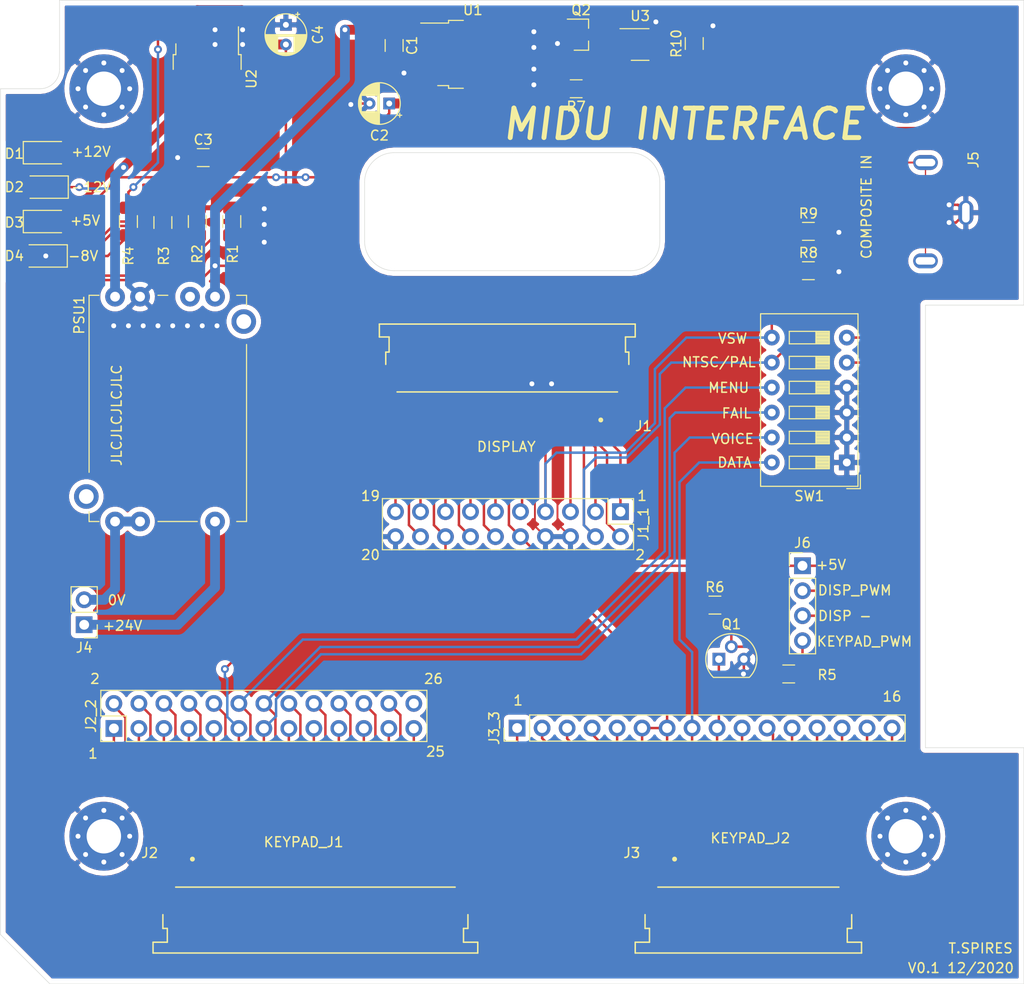
<source format=kicad_pcb>
(kicad_pcb (version 20171130) (host pcbnew "(5.1.6)-1")
  (layers (0 F.Cu signal) (31 B.Cu signal) (34 B.Paste user) (35 F.Paste user) (36 B.SilkS user) (37 F.SilkS user) (38 B.Mask user) (39 F.Mask user) (44 Edge.Cuts user))
  (net 0 "")
  (net 1 GND)
  (net 2 +12V)
  (net 3 +5V)
  (net 4 -12V)
  (net 5 -8V)
  (net 6 "Net-(D1-Pad1)")
  (net 7 "Net-(D2-Pad2)")
  (net 8 "Net-(D3-Pad1)")
  (net 9 "Net-(D4-Pad1)")
  (net 10 /VCDC)
  (net 11 /VG1)
  (net 12 /VB1)
  (net 13 /VSW)
  (net 14 /VR2)
  (net 15 /VG2)
  (net 16 /TST2)
  (net 17 /NTSC-PAL)
  (net 18 /VSYNC)
  (net 19 /HSYNC)
  (net 20 /VB2)
  (net 21 /TST1)
  (net 22 /VR1)
  (net 23 /BRT)
  (net 24 /VBS)
  (net 25 /KEYPAD_25)
  (net 26 /KEYPAD_24)
  (net 27 /KEYPAD_23)
  (net 28 /KEYPAD_22)
  (net 29 /KEYPAD_21)
  (net 30 /KEYPAD_20)
  (net 31 /KEYPAD_19)
  (net 32 /KEYPAD_18)
  (net 33 /KEYPAD_17)
  (net 34 /KEYPAD_16)
  (net 35 /KEYPAD_15)
  (net 36 /FAIL_LED-)
  (net 37 /VOICE_LED-)
  (net 38 /MENU_LED-)
  (net 39 /KEYPAD_BACKLIGHT-)
  (net 40 /KEYPAD_9)
  (net 41 /KEYPAD_8)
  (net 42 /KEYPAD_7)
  (net 43 /KEYPAD_6)
  (net 44 /KEYPAD_5)
  (net 45 /KEYPAD_4)
  (net 46 /KEYPAD_3)
  (net 47 /KEYPAD_2)
  (net 48 /KEYPAD_1)
  (net 49 "Net-(J3-Pad1)")
  (net 50 "Net-(J3-Pad2)")
  (net 51 "Net-(J3-Pad3)")
  (net 52 "Net-(J3-Pad4)")
  (net 53 "Net-(J3-Pad5)")
  (net 54 /DATA_LED-)
  (net 55 "Net-(J3-Pad10)")
  (net 56 "Net-(J3-Pad11)")
  (net 57 "Net-(J3-Pad12)")
  (net 58 "Net-(J3-Pad13)")
  (net 59 "Net-(J3-Pad14)")
  (net 60 "Net-(J3-Pad15)")
  (net 61 "Net-(J3-Pad16)")
  (net 62 "Net-(J4-Pad1)")
  (net 63 "Net-(J4-Pad2)")
  (net 64 /DISPLAY_BACKLIGHT-)
  (net 65 /BACKLIGHT_PWM_DISPLAY)
  (net 66 /KEYPAD_BACKLIGHT_PWM)
  (net 67 "Net-(J2_2-Pad26)")
  (net 68 "Net-(Q1-Pad2)")
  (net 69 "Net-(Q2-Pad3)")
  (net 70 "Net-(R10-Pad1)")
  (net 71 "Net-(U3-Pad5)")
  (module Package_TO_SOT_SMD:TO-252-2 (layer F.Cu) (at 35 22 270)
    (fp_text reference U2 (at 0 -4.5 90) (layer F.SilkS))
    (fp_text value MC79M08_TO252)
    (pad 1 smd rect (at -4.2 -2.28 270) (size 2.2 1.2) (layers F.Cu F.Paste F.Mask) (net 1 GND))
    (pad 3 smd rect (at -4.2 2.28 270) (size 2.2 1.2) (layers F.Cu F.Paste F.Mask) (net 5 -8V))
    (pad 2 smd rect (at 2.1 0 270) (size 6.4 5.8) (layers F.Cu F.Mask) (net 4 -12V))
  )
  (module MIDU:Molex-52207-2033-Manufacturer_Recommended (layer F.Cu) (at 65.5 54 180)
    (fp_text reference J1 (at -14.799988 -3.300497) (layer F.SilkS) (effects (justify right)))
    (fp_text value LCD_Module hide)
    (pad 10 smd rect (at -0.499996 -1.175001 180) (size 0.599999 1.899999) (layers F.Cu F.Paste F.Mask) (net 3 +5V))
    (pad 9 smd rect (at -1.499994 -1.175001 180) (size 0.599999 1.899999) (layers F.Cu F.Paste F.Mask) (net 10 /VCDC))
    (pad 14 smd rect (at 3.499996 -1.175001 180) (size 0.599999 1.899999) (layers F.Cu F.Paste F.Mask) (net 11 /VG1))
    (pad 8 smd rect (at -2.499992 -1.175001 180) (size 0.599999 1.899999) (layers F.Cu F.Paste F.Mask) (net 1 GND))
    (pad 15 smd rect (at 4.499994 -1.175001 180) (size 0.599999 1.899999) (layers F.Cu F.Paste F.Mask) (net 12 /VB1))
    (pad 7 smd rect (at -3.49999 -1.175001 180) (size 0.599999 1.899999) (layers F.Cu F.Paste F.Mask) (net 13 /VSW))
    (pad 17 smd rect (at 6.49999 -1.175001 180) (size 0.599999 1.899999) (layers F.Cu F.Paste F.Mask) (net 14 /VR2))
    (pad 18 smd rect (at 7.499988 -1.175001 180) (size 0.599999 1.899999) (layers F.Cu F.Paste F.Mask) (net 15 /VG2))
    (pad 5 smd rect (at -5.499986 -1.175001 180) (size 0.599999 1.899999) (layers F.Cu F.Paste F.Mask) (net 16 /TST2))
    (pad 4 smd rect (at -6.499984 -1.175001 180) (size 0.599999 1.899999) (layers F.Cu F.Paste F.Mask) (net 17 /NTSC-PAL))
    (pad 2 smd rect (at -8.499983 -1.175001 180) (size 0.599999 1.899999) (layers F.Cu F.Paste F.Mask) (net 18 /VSYNC))
    (pad MP1 smd rect (at -12.649982 1.174999) (size 2.100001 2.799999) (layers F.Cu F.Paste F.Mask))
    (pad 20 smd rect (at 9.499989 -1.175001 180) (size 0.599999 1.899999) (layers F.Cu F.Paste F.Mask) (net 1 GND))
    (pad 1 smd rect (at -9.499984 -1.175001 180) (size 0.599999 1.899999) (layers F.Cu F.Paste F.Mask) (net 19 /HSYNC))
    (pad MP2 smd rect (at 12.649987 1.175 180) (size 2.100001 2.799999) (layers F.Cu F.Paste F.Mask))
    (pad 19 smd rect (at 8.499988 -1.175001 180) (size 0.599999 1.899999) (layers F.Cu F.Paste F.Mask) (net 20 /VB2))
    (pad 3 smd rect (at -7.499982 -1.175001 180) (size 0.599999 1.899999) (layers F.Cu F.Paste F.Mask) (net 21 /TST1))
    (pad 6 smd rect (at -4.499988 -1.175001 180) (size 0.599999 1.899999) (layers F.Cu F.Paste F.Mask) (net 1 GND))
    (pad 16 smd rect (at 5.499992 -1.175001 180) (size 0.599999 1.899999) (layers F.Cu F.Paste F.Mask) (net 5 -8V))
    (pad 13 smd rect (at 2.499998 -1.175001 180) (size 0.599999 1.899999) (layers F.Cu F.Paste F.Mask) (net 22 /VR1))
    (pad 12 smd rect (at 1.5 -1.175001 180) (size 0.599999 1.899999) (layers F.Cu F.Paste F.Mask) (net 23 /BRT))
    (pad 11 smd rect (at 0.500002 -1.175001 180) (size 0.599999 1.899999) (layers F.Cu F.Paste F.Mask) (net 24 /VBS))
  )
  (module MIDU:Molex-52271-1679-Manufacturer_Recommended (layer F.Cu) (at 90 104)
    (fp_text reference J3 (at -12.799997 -3.300002) (layer F.SilkS) (effects (justify left)))
    (fp_text value KEYPAD_J2 hide)
    (pad 1 smd rect (at -7.499995 -1.175001 180) (size 0.599999 1.899999) (layers F.Cu F.Paste F.Mask) (net 49 "Net-(J3-Pad1)"))
    (pad 2 smd rect (at -6.499995 -1.175001 180) (size 0.599999 1.899999) (layers F.Cu F.Paste F.Mask) (net 50 "Net-(J3-Pad2)"))
    (pad 3 smd rect (at -5.499994 -1.175001 180) (size 0.599999 1.899999) (layers F.Cu F.Paste F.Mask) (net 51 "Net-(J3-Pad3)"))
    (pad 4 smd rect (at -4.499996 -1.175001 180) (size 0.599999 1.899999) (layers F.Cu F.Paste F.Mask) (net 52 "Net-(J3-Pad4)"))
    (pad 5 smd rect (at -3.499996 -1.175001 180) (size 0.599999 1.899999) (layers F.Cu F.Paste F.Mask) (net 53 "Net-(J3-Pad5)"))
    (pad 6 smd rect (at -2.499995 -1.175001 180) (size 0.599999 1.899999) (layers F.Cu F.Paste F.Mask) (net 2 +12V))
    (pad 7 smd rect (at -1.499994 -1.175001 180) (size 0.599999 1.899999) (layers F.Cu F.Paste F.Mask) (net 2 +12V))
    (pad 8 smd rect (at -0.499994 -1.175001 180) (size 0.599999 1.899999) (layers F.Cu F.Paste F.Mask) (net 54 /DATA_LED-))
    (pad 9 smd rect (at 0.500004 -1.175001 180) (size 0.599999 1.899999) (layers F.Cu F.Paste F.Mask) (net 39 /KEYPAD_BACKLIGHT-))
    (pad 10 smd rect (at 1.500005 -1.175001 180) (size 0.599999 1.899999) (layers F.Cu F.Paste F.Mask) (net 55 "Net-(J3-Pad10)"))
    (pad 11 smd rect (at 2.500005 -1.175001 180) (size 0.599999 1.899999) (layers F.Cu F.Paste F.Mask) (net 56 "Net-(J3-Pad11)"))
    (pad 12 smd rect (at 3.500003 -1.175001 180) (size 0.599999 1.899999) (layers F.Cu F.Paste F.Mask) (net 57 "Net-(J3-Pad12)"))
    (pad 13 smd rect (at 4.500006 -1.175001 180) (size 0.599999 1.899999) (layers F.Cu F.Paste F.Mask) (net 58 "Net-(J3-Pad13)"))
    (pad 14 smd rect (at 5.500004 -1.175001 180) (size 0.599999 1.899999) (layers F.Cu F.Paste F.Mask) (net 59 "Net-(J3-Pad14)"))
    (pad 15 smd rect (at 6.500005 -1.175001 180) (size 0.599999 1.899999) (layers F.Cu F.Paste F.Mask) (net 60 "Net-(J3-Pad15)"))
    (pad 16 smd rect (at 7.500005 -1.175001 180) (size 0.599999 1.899999) (layers F.Cu F.Paste F.Mask) (net 61 "Net-(J3-Pad16)"))
    (pad MP1 smd rect (at -10.649996 1.174999 180) (size 2.100001 2.799999) (layers F.Cu F.Paste F.Mask))
    (pad MP2 smd rect (at 10.650002 1.174999 180) (size 2.100001 2.799999) (layers F.Cu F.Paste F.Mask))
  )
  (module Resistor_SMD:R_1206_3216Metric (layer F.Cu) (at 72.5 23 180)
    (fp_text reference R7 (at 0 -1.82) (layer F.SilkS))
    (fp_text value 12K)
    (pad 2 smd roundrect (at 1.4 0 180) (size 1.25 1.75) (layers F.Cu F.Paste F.Mask) (roundrect_rratio 0.2) (net 3 +5V))
    (pad 1 smd roundrect (at -1.4 0 180) (size 1.25 1.75) (layers F.Cu F.Paste F.Mask) (roundrect_rratio 0.2) (net 69 "Net-(Q2-Pad3)"))
  )
  (module MountingHole:MountingHole_3.5mm_Pad_Via (layer F.Cu) (at 24.5 99)
    (fp_text reference e hide)
    (fp_text value MountingHole_3.5mm_Pad_Via hide)
    (pad 1 thru_hole circle (at 0 0) (size 7 7) (drill 3.5) (layers *.Cu *.Mask) (net 1 GND))
    (pad 1 thru_hole circle (at 2.625 0) (size 0.8 0.8) (drill 0.5) (layers *.Cu *.Mask))
    (pad 1 thru_hole circle (at 1.856155 1.856155) (size 0.8 0.8) (drill 0.5) (layers *.Cu *.Mask))
    (pad 1 thru_hole circle (at 0 2.625) (size 0.8 0.8) (drill 0.5) (layers *.Cu *.Mask))
    (pad 1 thru_hole circle (at -1.856155 1.856155) (size 0.8 0.8) (drill 0.5) (layers *.Cu *.Mask))
    (pad 1 thru_hole circle (at -2.625 0) (size 0.8 0.8) (drill 0.5) (layers *.Cu *.Mask))
    (pad 1 thru_hole circle (at -1.856155 -1.856155) (size 0.8 0.8) (drill 0.5) (layers *.Cu *.Mask))
    (pad 1 thru_hole circle (at 0 -2.625) (size 0.8 0.8) (drill 0.5) (layers *.Cu *.Mask))
    (pad 1 thru_hole circle (at 1.856155 -1.856155) (size 0.8 0.8) (drill 0.5) (layers *.Cu *.Mask))
  )
  (module MountingHole:MountingHole_3.5mm_Pad_Via (layer F.Cu) (at 106 99)
    (fp_text reference e hide)
    (fp_text value MountingHole_3.5mm_Pad_Via hide)
    (pad 1 thru_hole circle (at 1.856155 -1.856155) (size 0.8 0.8) (drill 0.5) (layers *.Cu *.Mask))
    (pad 1 thru_hole circle (at 0 -2.625) (size 0.8 0.8) (drill 0.5) (layers *.Cu *.Mask))
    (pad 1 thru_hole circle (at -1.856155 -1.856155) (size 0.8 0.8) (drill 0.5) (layers *.Cu *.Mask))
    (pad 1 thru_hole circle (at -2.625 0) (size 0.8 0.8) (drill 0.5) (layers *.Cu *.Mask))
    (pad 1 thru_hole circle (at -1.856155 1.856155) (size 0.8 0.8) (drill 0.5) (layers *.Cu *.Mask))
    (pad 1 thru_hole circle (at 0 2.625) (size 0.8 0.8) (drill 0.5) (layers *.Cu *.Mask))
    (pad 1 thru_hole circle (at 1.856155 1.856155) (size 0.8 0.8) (drill 0.5) (layers *.Cu *.Mask))
    (pad 1 thru_hole circle (at 2.625 0) (size 0.8 0.8) (drill 0.5) (layers *.Cu *.Mask))
    (pad 1 thru_hole circle (at 0 0) (size 7 7) (drill 3.5) (layers *.Cu *.Mask) (net 1 GND))
  )
  (module MountingHole:MountingHole_3.5mm_Pad_Via (layer F.Cu) (at 106 23)
    (fp_text reference e hide)
    (fp_text value MountingHole_3.5mm_Pad_Via hide)
    (pad 1 thru_hole circle (at 0 0) (size 7 7) (drill 3.5) (layers *.Cu *.Mask) (net 1 GND))
    (pad 1 thru_hole circle (at 2.625 0) (size 0.8 0.8) (drill 0.5) (layers *.Cu *.Mask))
    (pad 1 thru_hole circle (at 1.856155 1.856155) (size 0.8 0.8) (drill 0.5) (layers *.Cu *.Mask))
    (pad 1 thru_hole circle (at 0 2.625) (size 0.8 0.8) (drill 0.5) (layers *.Cu *.Mask))
    (pad 1 thru_hole circle (at -1.856155 1.856155) (size 0.8 0.8) (drill 0.5) (layers *.Cu *.Mask))
    (pad 1 thru_hole circle (at -2.625 0) (size 0.8 0.8) (drill 0.5) (layers *.Cu *.Mask))
    (pad 1 thru_hole circle (at -1.856155 -1.856155) (size 0.8 0.8) (drill 0.5) (layers *.Cu *.Mask))
    (pad 1 thru_hole circle (at 0 -2.625) (size 0.8 0.8) (drill 0.5) (layers *.Cu *.Mask))
    (pad 1 thru_hole circle (at 1.856155 -1.856155) (size 0.8 0.8) (drill 0.5) (layers *.Cu *.Mask))
  )
  (module MountingHole:MountingHole_3.5mm_Pad_Via (layer F.Cu) (at 24.5 23)
    (fp_text reference e hide)
    (fp_text value MountingHole_3.5mm_Pad_Via hide)
    (pad 1 thru_hole circle (at 1.856155 -1.856155) (size 0.8 0.8) (drill 0.5) (layers *.Cu *.Mask))
    (pad 1 thru_hole circle (at 0 -2.625) (size 0.8 0.8) (drill 0.5) (layers *.Cu *.Mask))
    (pad 1 thru_hole circle (at -1.856155 -1.856155) (size 0.8 0.8) (drill 0.5) (layers *.Cu *.Mask))
    (pad 1 thru_hole circle (at -2.625 0) (size 0.8 0.8) (drill 0.5) (layers *.Cu *.Mask))
    (pad 1 thru_hole circle (at -1.856155 1.856155) (size 0.8 0.8) (drill 0.5) (layers *.Cu *.Mask))
    (pad 1 thru_hole circle (at 0 2.625) (size 0.8 0.8) (drill 0.5) (layers *.Cu *.Mask))
    (pad 1 thru_hole circle (at 1.856155 1.856155) (size 0.8 0.8) (drill 0.5) (layers *.Cu *.Mask))
    (pad 1 thru_hole circle (at 2.625 0) (size 0.8 0.8) (drill 0.5) (layers *.Cu *.Mask))
    (pad 1 thru_hole circle (at 0 0) (size 7 7) (drill 3.5) (layers *.Cu *.Mask) (net 1 GND))
  )
  (module Capacitor_SMD:C_1206_3216Metric (layer F.Cu) (at 54 18.6 270)
    (fp_text reference C1 (at 0 -1.82 90) (layer F.SilkS))
    (fp_text value 0.33uF)
    (pad 2 smd roundrect (at 1.4 0 270) (size 1.25 1.75) (layers F.Cu F.Paste F.Mask) (roundrect_rratio 0.2) (net 1 GND))
    (pad 1 smd roundrect (at -1.4 0 270) (size 1.25 1.75) (layers F.Cu F.Paste F.Mask) (roundrect_rratio 0.2) (net 2 +12V))
  )
  (module Capacitor_THT:CP_Radial_D4.0mm_P2.00mm (layer F.Cu) (at 53.5 24.5 180)
    (fp_text reference C2 (at 1 -3.25) (layer F.SilkS))
    (fp_text value 4.7uF)
    (pad 2 thru_hole circle (at 2 0 180) (size 1.2 1.2) (drill 0.6) (layers *.Cu *.Mask) (net 1 GND))
    (pad 1 thru_hole rect (at 0 0 180) (size 1.2 1.2) (drill 0.6) (layers *.Cu *.Mask) (net 3 +5V))
  )
  (module Capacitor_SMD:C_1206_3216Metric (layer F.Cu) (at 34.6 30)
    (fp_text reference C3 (at 0 -1.82) (layer F.SilkS))
    (fp_text value 0.33uF)
    (pad 1 smd roundrect (at -1.4 0) (size 1.25 1.75) (layers F.Cu F.Paste F.Mask) (roundrect_rratio 0.2) (net 1 GND))
    (pad 2 smd roundrect (at 1.4 0) (size 1.25 1.75) (layers F.Cu F.Paste F.Mask) (roundrect_rratio 0.2) (net 4 -12V))
  )
  (module Capacitor_THT:CP_Radial_D4.0mm_P2.00mm (layer F.Cu) (at 43 16.5 270)
    (fp_text reference C4 (at 1 -3.25 90) (layer F.SilkS))
    (fp_text value 4.7uF)
    (pad 1 thru_hole rect (at 0 0 270) (size 1.2 1.2) (drill 0.6) (layers *.Cu *.Mask) (net 1 GND))
    (pad 2 thru_hole circle (at 2 0 270) (size 1.2 1.2) (drill 0.6) (layers *.Cu *.Mask) (net 5 -8V))
  )
  (module LED_SMD:LED_1206_3216Metric (layer F.Cu) (at 18.6 29.5)
    (fp_text reference D1 (at -3.2 0.1) (layer F.SilkS))
    (fp_text value LED_ALT hide)
    (pad 1 smd roundrect (at -1.4 0) (size 1.25 1.75) (layers F.Cu F.Paste F.Mask) (roundrect_rratio 0.2) (net 6 "Net-(D1-Pad1)"))
    (pad 2 smd roundrect (at 1.4 0) (size 1.25 1.75) (layers F.Cu F.Paste F.Mask) (roundrect_rratio 0.2) (net 2 +12V))
  )
  (module LED_SMD:LED_1206_3216Metric (layer F.Cu) (at 18.6 33 180)
    (fp_text reference D2 (at 3.2 0) (layer F.SilkS))
    (fp_text value LED_ALT hide)
    (pad 1 smd roundrect (at -1.4 0 180) (size 1.25 1.75) (layers F.Cu F.Paste F.Mask) (roundrect_rratio 0.2) (net 4 -12V))
    (pad 2 smd roundrect (at 1.4 0 180) (size 1.25 1.75) (layers F.Cu F.Paste F.Mask) (roundrect_rratio 0.2) (net 7 "Net-(D2-Pad2)"))
  )
  (module LED_SMD:LED_1206_3216Metric (layer F.Cu) (at 18.6 36.5)
    (fp_text reference D3 (at -3.2 0.1) (layer F.SilkS))
    (fp_text value LED_ALT hide)
    (pad 2 smd roundrect (at 1.4 0) (size 1.25 1.75) (layers F.Cu F.Paste F.Mask) (roundrect_rratio 0.2) (net 3 +5V))
    (pad 1 smd roundrect (at -1.4 0) (size 1.25 1.75) (layers F.Cu F.Paste F.Mask) (roundrect_rratio 0.2) (net 8 "Net-(D3-Pad1)"))
  )
  (module LED_SMD:LED_1206_3216Metric (layer F.Cu) (at 18.5 40 180)
    (fp_text reference D4 (at 3.1 0) (layer F.SilkS))
    (fp_text value LED_ALT hide)
    (pad 2 smd roundrect (at 1.4 0 180) (size 1.25 1.75) (layers F.Cu F.Paste F.Mask) (roundrect_rratio 0.2) (net 1 GND))
    (pad 1 smd roundrect (at -1.4 0 180) (size 1.25 1.75) (layers F.Cu F.Paste F.Mask) (roundrect_rratio 0.2) (net 9 "Net-(D4-Pad1)"))
  )
  (module MIDU:Molex-52271-2679-Manufacturer_Recommended (layer F.Cu) (at 46 104)
    (fp_text reference J2 (at -17.799997 -3.300002) (layer F.SilkS) (effects (justify left)))
    (fp_text value KEYPAD_J1 hide)
    (pad MP2 smd rect (at 15.650002 1.174999 180) (size 2.100001 2.799999) (layers F.Cu F.Paste F.Mask))
    (pad MP1 smd rect (at -15.649997 1.174999 180) (size 2.100001 2.799999) (layers F.Cu F.Paste F.Mask))
    (pad 26 smd rect (at 12.500003 -1.175001 180) (size 0.599999 1.899999) (layers F.Cu F.Paste F.Mask))
    (pad 25 smd rect (at 11.500002 -1.175001 180) (size 0.599999 1.899999) (layers F.Cu F.Paste F.Mask) (net 25 /KEYPAD_25))
    (pad 24 smd rect (at 10.500002 -1.175001 180) (size 0.599999 1.899999) (layers F.Cu F.Paste F.Mask) (net 26 /KEYPAD_24))
    (pad 23 smd rect (at 9.500001 -1.175001 180) (size 0.599999 1.899999) (layers F.Cu F.Paste F.Mask) (net 27 /KEYPAD_23))
    (pad 22 smd rect (at 8.500001 -1.175001 180) (size 0.599999 1.899999) (layers F.Cu F.Paste F.Mask) (net 28 /KEYPAD_22))
    (pad 21 smd rect (at 7.500003 -1.175001 180) (size 0.599999 1.899999) (layers F.Cu F.Paste F.Mask) (net 29 /KEYPAD_21))
    (pad 20 smd rect (at 6.500002 -1.175001 180) (size 0.599999 1.899999) (layers F.Cu F.Paste F.Mask) (net 30 /KEYPAD_20))
    (pad 19 smd rect (at 5.500002 -1.175001 180) (size 0.599999 1.899999) (layers F.Cu F.Paste F.Mask) (net 31 /KEYPAD_19))
    (pad 18 smd rect (at 4.500004 -1.175001 180) (size 0.599999 1.899999) (layers F.Cu F.Paste F.Mask) (net 32 /KEYPAD_18))
    (pad 17 smd rect (at 3.500001 -1.175001 180) (size 0.599999 1.899999) (layers F.Cu F.Paste F.Mask) (net 33 /KEYPAD_17))
    (pad 16 smd rect (at 2.500003 -1.175001 180) (size 0.599999 1.899999) (layers F.Cu F.Paste F.Mask) (net 34 /KEYPAD_16))
    (pad 15 smd rect (at 1.500002 -1.175001 180) (size 0.599999 1.899999) (layers F.Cu F.Paste F.Mask) (net 35 /KEYPAD_15))
    (pad 14 smd rect (at 0.500002 -1.175001 180) (size 0.599999 1.899999) (layers F.Cu F.Paste F.Mask) (net 36 /FAIL_LED-))
    (pad 13 smd rect (at -0.499996 -1.175001 180) (size 0.599999 1.899999) (layers F.Cu F.Paste F.Mask) (net 37 /VOICE_LED-))
    (pad 12 smd rect (at -1.5 -1.175001 180) (size 0.599999 1.899999) (layers F.Cu F.Paste F.Mask) (net 38 /MENU_LED-))
    (pad 11 smd rect (at -2.499998 -1.175001 180) (size 0.599999 1.899999) (layers F.Cu F.Paste F.Mask) (net 2 +12V))
    (pad 10 smd rect (at -3.499998 -1.175001 180) (size 0.599999 1.899999) (layers F.Cu F.Paste F.Mask) (net 39 /KEYPAD_BACKLIGHT-))
    (pad 9 smd rect (at -4.499999 -1.175001 180) (size 0.599999 1.899999) (layers F.Cu F.Paste F.Mask) (net 40 /KEYPAD_9))
    (pad 8 smd rect (at -5.499997 -1.175001 180) (size 0.599999 1.899999) (layers F.Cu F.Paste F.Mask) (net 41 /KEYPAD_8))
    (pad 7 smd rect (at -6.499997 -1.175001 180) (size 0.599999 1.899999) (layers F.Cu F.Paste F.Mask) (net 42 /KEYPAD_7))
    (pad 6 smd rect (at -7.499998 -1.175001 180) (size 0.599999 1.899999) (layers F.Cu F.Paste F.Mask) (net 43 /KEYPAD_6))
    (pad 5 smd rect (at -8.499998 -1.175001 180) (size 0.599999 1.899999) (layers F.Cu F.Paste F.Mask) (net 44 /KEYPAD_5))
    (pad 4 smd rect (at -9.499999 -1.175001 180) (size 0.599999 1.899999) (layers F.Cu F.Paste F.Mask) (net 45 /KEYPAD_4))
    (pad 3 smd rect (at -10.499997 -1.175001 180) (size 0.599999 1.899999) (layers F.Cu F.Paste F.Mask) (net 46 /KEYPAD_3))
    (pad 2 smd rect (at -11.499997 -1.175001 180) (size 0.599999 1.899999) (layers F.Cu F.Paste F.Mask) (net 47 /KEYPAD_2))
    (pad 1 smd rect (at -12.499998 -1.175001 180) (size 0.599999 1.899999) (layers F.Cu F.Paste F.Mask) (net 48 /KEYPAD_1))
  )
  (module Connector_PinHeader_2.54mm:PinHeader_1x02_P2.54mm_Vertical (layer F.Cu) (at 22.5 77.5 180)
    (fp_text reference J4 (at 0 -2.33) (layer F.SilkS))
    (fp_text value Screw_Terminal_01x02)
    (pad 1 thru_hole rect (at 0 0 180) (size 1.7 1.7) (drill 1) (layers *.Cu *.Mask) (net 62 "Net-(J4-Pad1)"))
    (pad 2 thru_hole oval (at 0 2.54 180) (size 1.7 1.7) (drill 1) (layers *.Cu *.Mask) (net 63 "Net-(J4-Pad2)"))
  )
  (module MIDU:RCA (layer F.Cu) (at 108 30.5 270)
    (fp_text reference J5 (at -0.275 -4.875 90) (layer F.SilkS))
    (fp_text value COMP_VIDEO_IN)
    (pad 1 thru_hole oval (at 0 0 270) (size 1.524 2.5) (drill oval 0.762 2) (layers *.Cu *.Mask) (net 24 /VBS))
    (pad 1 thru_hole oval (at 10 0 270) (size 1.524 2.5) (drill oval 0.762 2) (layers *.Cu *.Mask) (net 24 /VBS))
    (pad 2 thru_hole oval (at 5.1 -4.1) (size 1.524 2.5) (drill oval 0.762 2) (layers *.Cu *.Mask) (net 1 GND))
  )
  (module Connector_PinHeader_2.54mm:PinHeader_1x04_P2.54mm_Vertical (layer F.Cu) (at 95.5 71.5)
    (fp_text reference J6 (at 0 -2.33) (layer F.SilkS))
    (fp_text value LCD_BLIGHT_PWM)
    (pad 1 thru_hole rect (at 0 0) (size 1.7 1.7) (drill 1) (layers *.Cu *.Mask) (net 3 +5V))
    (pad 2 thru_hole oval (at 0 2.54) (size 1.7 1.7) (drill 1) (layers *.Cu *.Mask) (net 65 /BACKLIGHT_PWM_DISPLAY))
    (pad 3 thru_hole oval (at 0 5.08) (size 1.7 1.7) (drill 1) (layers *.Cu *.Mask) (net 64 /DISPLAY_BACKLIGHT-))
    (pad 4 thru_hole oval (at 0 7.62) (size 1.7 1.7) (drill 1) (layers *.Cu *.Mask) (net 66 /KEYPAD_BACKLIGHT_PWM))
  )
  (module Connector_PinHeader_2.54mm:PinHeader_2x10_P2.54mm_Vertical (layer F.Cu) (at 77 66 270)
    (fp_text reference J1_1 (at 1.27 -2.33 90) (layer F.SilkS))
    (fp_text value Display_Pin hide)
    (pad 1 thru_hole rect (at 0 0 270) (size 1.7 1.7) (drill 1) (layers *.Cu *.Mask) (net 19 /HSYNC))
    (pad 2 thru_hole oval (at 2.54 0 270) (size 1.7 1.7) (drill 1) (layers *.Cu *.Mask) (net 18 /VSYNC))
    (pad 3 thru_hole oval (at 0 2.54 270) (size 1.7 1.7) (drill 1) (layers *.Cu *.Mask) (net 21 /TST1))
    (pad 4 thru_hole oval (at 2.54 2.54 270) (size 1.7 1.7) (drill 1) (layers *.Cu *.Mask) (net 17 /NTSC-PAL))
    (pad 5 thru_hole oval (at 0 5.08 270) (size 1.7 1.7) (drill 1) (layers *.Cu *.Mask) (net 16 /TST2))
    (pad 6 thru_hole oval (at 2.54 5.08 270) (size 1.7 1.7) (drill 1) (layers *.Cu *.Mask) (net 1 GND))
    (pad 7 thru_hole oval (at 0 7.62 270) (size 1.7 1.7) (drill 1) (layers *.Cu *.Mask) (net 13 /VSW))
    (pad 8 thru_hole oval (at 2.54 7.62 270) (size 1.7 1.7) (drill 1) (layers *.Cu *.Mask) (net 1 GND))
    (pad 9 thru_hole oval (at 0 10.16 270) (size 1.7 1.7) (drill 1) (layers *.Cu *.Mask) (net 10 /VCDC))
    (pad 10 thru_hole oval (at 2.54 10.16 270) (size 1.7 1.7) (drill 1) (layers *.Cu *.Mask) (net 3 +5V))
    (pad 11 thru_hole oval (at 0 12.7 270) (size 1.7 1.7) (drill 1) (layers *.Cu *.Mask) (net 24 /VBS))
    (pad 12 thru_hole oval (at 2.54 12.7 270) (size 1.7 1.7) (drill 1) (layers *.Cu *.Mask) (net 23 /BRT))
    (pad 13 thru_hole oval (at 0 15.24 270) (size 1.7 1.7) (drill 1) (layers *.Cu *.Mask) (net 22 /VR1))
    (pad 14 thru_hole oval (at 2.54 15.24 270) (size 1.7 1.7) (drill 1) (layers *.Cu *.Mask) (net 11 /VG1))
    (pad 15 thru_hole oval (at 0 17.78 270) (size 1.7 1.7) (drill 1) (layers *.Cu *.Mask) (net 12 /VB1))
    (pad 16 thru_hole oval (at 2.54 17.78 270) (size 1.7 1.7) (drill 1) (layers *.Cu *.Mask) (net 5 -8V))
    (pad 17 thru_hole oval (at 0 20.32 270) (size 1.7 1.7) (drill 1) (layers *.Cu *.Mask) (net 14 /VR2))
    (pad 18 thru_hole oval (at 2.54 20.32 270) (size 1.7 1.7) (drill 1) (layers *.Cu *.Mask) (net 15 /VG2))
    (pad 19 thru_hole oval (at 0 22.86 270) (size 1.7 1.7) (drill 1) (layers *.Cu *.Mask) (net 20 /VB2))
    (pad 20 thru_hole oval (at 2.54 22.86 270) (size 1.7 1.7) (drill 1) (layers *.Cu *.Mask) (net 1 GND))
  )
  (module Connector_PinHeader_2.54mm:PinHeader_2x13_P2.54mm_Vertical (layer F.Cu) (at 25.52 88.04 90)
    (fp_text reference J2_2 (at 1.27 -2.33 90) (layer F.SilkS))
    (fp_text value KEYPAD_PIN_J1)
    (pad 1 thru_hole rect (at 0 0 90) (size 1.7 1.7) (drill 1) (layers *.Cu *.Mask) (net 48 /KEYPAD_1))
    (pad 2 thru_hole oval (at 2.54 0 90) (size 1.7 1.7) (drill 1) (layers *.Cu *.Mask) (net 47 /KEYPAD_2))
    (pad 3 thru_hole oval (at 0 2.54 90) (size 1.7 1.7) (drill 1) (layers *.Cu *.Mask) (net 46 /KEYPAD_3))
    (pad 4 thru_hole oval (at 2.54 2.54 90) (size 1.7 1.7) (drill 1) (layers *.Cu *.Mask) (net 45 /KEYPAD_4))
    (pad 5 thru_hole oval (at 0 5.08 90) (size 1.7 1.7) (drill 1) (layers *.Cu *.Mask) (net 44 /KEYPAD_5))
    (pad 6 thru_hole oval (at 2.54 5.08 90) (size 1.7 1.7) (drill 1) (layers *.Cu *.Mask) (net 43 /KEYPAD_6))
    (pad 7 thru_hole oval (at 0 7.62 90) (size 1.7 1.7) (drill 1) (layers *.Cu *.Mask) (net 42 /KEYPAD_7))
    (pad 8 thru_hole oval (at 2.54 7.62 90) (size 1.7 1.7) (drill 1) (layers *.Cu *.Mask) (net 41 /KEYPAD_8))
    (pad 9 thru_hole oval (at 0 10.16 90) (size 1.7 1.7) (drill 1) (layers *.Cu *.Mask) (net 40 /KEYPAD_9))
    (pad 10 thru_hole oval (at 2.54 10.16 90) (size 1.7 1.7) (drill 1) (layers *.Cu *.Mask) (net 39 /KEYPAD_BACKLIGHT-))
    (pad 11 thru_hole oval (at 0 12.7 90) (size 1.7 1.7) (drill 1) (layers *.Cu *.Mask) (net 2 +12V))
    (pad 12 thru_hole oval (at 2.54 12.7 90) (size 1.7 1.7) (drill 1) (layers *.Cu *.Mask) (net 38 /MENU_LED-))
    (pad 13 thru_hole oval (at 0 15.24 90) (size 1.7 1.7) (drill 1) (layers *.Cu *.Mask) (net 37 /VOICE_LED-))
    (pad 14 thru_hole oval (at 2.54 15.24 90) (size 1.7 1.7) (drill 1) (layers *.Cu *.Mask) (net 36 /FAIL_LED-))
    (pad 15 thru_hole oval (at 0 17.78 90) (size 1.7 1.7) (drill 1) (layers *.Cu *.Mask) (net 35 /KEYPAD_15))
    (pad 16 thru_hole oval (at 2.54 17.78 90) (size 1.7 1.7) (drill 1) (layers *.Cu *.Mask) (net 34 /KEYPAD_16))
    (pad 17 thru_hole oval (at 0 20.32 90) (size 1.7 1.7) (drill 1) (layers *.Cu *.Mask) (net 33 /KEYPAD_17))
    (pad 18 thru_hole oval (at 2.54 20.32 90) (size 1.7 1.7) (drill 1) (layers *.Cu *.Mask) (net 32 /KEYPAD_18))
    (pad 19 thru_hole oval (at 0 22.86 90) (size 1.7 1.7) (drill 1) (layers *.Cu *.Mask) (net 31 /KEYPAD_19))
    (pad 20 thru_hole oval (at 2.54 22.86 90) (size 1.7 1.7) (drill 1) (layers *.Cu *.Mask) (net 30 /KEYPAD_20))
    (pad 21 thru_hole oval (at 0 25.4 90) (size 1.7 1.7) (drill 1) (layers *.Cu *.Mask) (net 29 /KEYPAD_21))
    (pad 22 thru_hole oval (at 2.54 25.4 90) (size 1.7 1.7) (drill 1) (layers *.Cu *.Mask) (net 28 /KEYPAD_22))
    (pad 23 thru_hole oval (at 0 27.94 90) (size 1.7 1.7) (drill 1) (layers *.Cu *.Mask) (net 27 /KEYPAD_23))
    (pad 24 thru_hole oval (at 2.54 27.94 90) (size 1.7 1.7) (drill 1) (layers *.Cu *.Mask) (net 26 /KEYPAD_24))
    (pad 25 thru_hole oval (at 0 30.48 90) (size 1.7 1.7) (drill 1) (layers *.Cu *.Mask) (net 25 /KEYPAD_25))
    (pad 26 thru_hole oval (at 2.54 30.48 90) (size 1.7 1.7) (drill 1) (layers *.Cu *.Mask) (net 67 "Net-(J2_2-Pad26)"))
  )
  (module Connector_PinHeader_2.54mm:PinHeader_1x16_P2.54mm_Vertical (layer F.Cu) (at 66.5 88 90)
    (fp_text reference J3_3 (at 0 -2.33 90) (layer F.SilkS))
    (fp_text value KEYPAD_PIN_J2)
    (pad 1 thru_hole rect (at 0 0 90) (size 1.7 1.7) (drill 1) (layers *.Cu *.Mask) (net 49 "Net-(J3-Pad1)"))
    (pad 2 thru_hole oval (at 0 2.54 90) (size 1.7 1.7) (drill 1) (layers *.Cu *.Mask) (net 50 "Net-(J3-Pad2)"))
    (pad 3 thru_hole oval (at 0 5.08 90) (size 1.7 1.7) (drill 1) (layers *.Cu *.Mask) (net 51 "Net-(J3-Pad3)"))
    (pad 4 thru_hole oval (at 0 7.62 90) (size 1.7 1.7) (drill 1) (layers *.Cu *.Mask) (net 52 "Net-(J3-Pad4)"))
    (pad 5 thru_hole oval (at 0 10.16 90) (size 1.7 1.7) (drill 1) (layers *.Cu *.Mask) (net 53 "Net-(J3-Pad5)"))
    (pad 6 thru_hole oval (at 0 12.7 90) (size 1.7 1.7) (drill 1) (layers *.Cu *.Mask) (net 2 +12V))
    (pad 7 thru_hole oval (at 0 15.24 90) (size 1.7 1.7) (drill 1) (layers *.Cu *.Mask) (net 2 +12V))
    (pad 8 thru_hole oval (at 0 17.78 90) (size 1.7 1.7) (drill 1) (layers *.Cu *.Mask) (net 54 /DATA_LED-))
    (pad 9 thru_hole oval (at 0 20.32 90) (size 1.7 1.7) (drill 1) (layers *.Cu *.Mask) (net 39 /KEYPAD_BACKLIGHT-))
    (pad 10 thru_hole oval (at 0 22.86 90) (size 1.7 1.7) (drill 1) (layers *.Cu *.Mask) (net 55 "Net-(J3-Pad10)"))
    (pad 11 thru_hole oval (at 0 25.4 90) (size 1.7 1.7) (drill 1) (layers *.Cu *.Mask) (net 56 "Net-(J3-Pad11)"))
    (pad 12 thru_hole oval (at 0 27.94 90) (size 1.7 1.7) (drill 1) (layers *.Cu *.Mask) (net 57 "Net-(J3-Pad12)"))
    (pad 13 thru_hole oval (at 0 30.48 90) (size 1.7 1.7) (drill 1) (layers *.Cu *.Mask) (net 58 "Net-(J3-Pad13)"))
    (pad 14 thru_hole oval (at 0 33.02 90) (size 1.7 1.7) (drill 1) (layers *.Cu *.Mask) (net 59 "Net-(J3-Pad14)"))
    (pad 15 thru_hole oval (at 0 35.56 90) (size 1.7 1.7) (drill 1) (layers *.Cu *.Mask) (net 60 "Net-(J3-Pad15)"))
    (pad 16 thru_hole oval (at 0 38.1 90) (size 1.7 1.7) (drill 1) (layers *.Cu *.Mask) (net 61 "Net-(J3-Pad16)"))
  )
  (module PSU_Module:CC3-xxxxxF-E (layer F.Cu) (at 39 67 90)
    (fp_text reference PSU1 (at 21 -17 90) (layer F.SilkS))
    (fp_text value CC-3-2412DF-E)
    (pad 1 thru_hole circle (at 0 -3.2 90) (size 2 2) (drill 1) (layers *.Cu *.Mask) (net 62 "Net-(J4-Pad1)"))
    (pad 2 thru_hole circle (at 0 -10.82 90) (size 2 2) (drill 1) (layers *.Cu *.Mask) (net 63 "Net-(J4-Pad2)"))
    (pad 3 thru_hole circle (at 0 -13.36 90) (size 2 2) (drill 1) (layers *.Cu *.Mask) (net 63 "Net-(J4-Pad2)"))
    (pad 8 thru_hole circle (at 2.54 -16.28 90) (size 2.5 2.5) (drill 1.5) (layers *.Cu *.Mask))
    (pad 7 thru_hole circle (at 22.86 -3.2 90) (size 2 2) (drill 1) (layers *.Cu *.Mask) (net 2 +12V))
    (pad 6 thru_hole circle (at 22.86 -5.74 90) (size 2 2) (drill 1) (layers *.Cu *.Mask))
    (pad 5 thru_hole circle (at 22.86 -10.82 90) (size 2 2) (drill 1) (layers *.Cu *.Mask) (net 1 GND))
    (pad 4 thru_hole circle (at 22.86 -13.36 90) (size 2 2) (drill 1) (layers *.Cu *.Mask) (net 4 -12V))
    (pad 9 thru_hole circle (at 20.33 -0.28 90) (size 2.5 2.5) (drill 1.5) (layers *.Cu *.Mask))
  )
  (module Package_TO_SOT_THT:TO-92 (layer F.Cu) (at 87 81)
    (fp_text reference Q1 (at 1.27 -3.56) (layer F.SilkS))
    (fp_text value 2N2222A)
    (pad 2 thru_hole circle (at 1.27 -1.27 90) (size 1.3 1.3) (drill 0.75) (layers *.Cu *.Mask) (net 68 "Net-(Q1-Pad2)"))
    (pad 3 thru_hole circle (at 2.54 0 90) (size 1.3 1.3) (drill 0.75) (layers *.Cu *.Mask) (net 1 GND))
    (pad 1 thru_hole rect (at 0 0 90) (size 1.3 1.3) (drill 0.75) (layers *.Cu *.Mask) (net 39 /KEYPAD_BACKLIGHT-))
  )
  (module Package_TO_SOT_SMD:SOT-23 (layer F.Cu) (at 73 17.5)
    (fp_text reference Q2 (at 0 -2.5) (layer F.SilkS))
    (fp_text value DDTC144ECA-7-F hide)
    (pad 1 smd rect (at -1 -0.95) (size 0.9 0.8) (layers F.Cu F.Paste F.Mask) (net 65 /BACKLIGHT_PWM_DISPLAY))
    (pad 2 smd rect (at -1 0.95) (size 0.9 0.8) (layers F.Cu F.Paste F.Mask) (net 1 GND))
    (pad 3 smd rect (at 1 0) (size 0.9 0.8) (layers F.Cu F.Paste F.Mask) (net 69 "Net-(Q2-Pad3)"))
  )
  (module Resistor_SMD:R_1206_3216Metric (layer F.Cu) (at 37.5 36.5 270)
    (fp_text reference R1 (at 3.3 -0.1 90) (layer F.SilkS))
    (fp_text value e hide)
    (pad 2 smd roundrect (at 1.4 0 270) (size 1.25 1.75) (layers F.Cu F.Paste F.Mask) (roundrect_rratio 0.2) (net 1 GND))
    (pad 1 smd roundrect (at -1.4 0 270) (size 1.25 1.75) (layers F.Cu F.Paste F.Mask) (roundrect_rratio 0.2) (net 6 "Net-(D1-Pad1)"))
  )
  (module Resistor_SMD:R_1206_3216Metric (layer F.Cu) (at 34 36.5 90)
    (fp_text reference R2 (at -3.3 0 90) (layer F.SilkS))
    (fp_text value R hide)
    (pad 1 smd roundrect (at -1.4 0 90) (size 1.25 1.75) (layers F.Cu F.Paste F.Mask) (roundrect_rratio 0.2) (net 7 "Net-(D2-Pad2)"))
    (pad 2 smd roundrect (at 1.4 0 90) (size 1.25 1.75) (layers F.Cu F.Paste F.Mask) (roundrect_rratio 0.2) (net 1 GND))
  )
  (module Resistor_SMD:R_1206_3216Metric (layer F.Cu) (at 30.5 36.6 270)
    (fp_text reference R3 (at 3.4 -0.1 90) (layer F.SilkS))
    (fp_text value R hide)
    (pad 2 smd roundrect (at 1.4 0 270) (size 1.25 1.75) (layers F.Cu F.Paste F.Mask) (roundrect_rratio 0.2) (net 8 "Net-(D3-Pad1)"))
    (pad 1 smd roundrect (at -1.4 0 270) (size 1.25 1.75) (layers F.Cu F.Paste F.Mask) (roundrect_rratio 0.2) (net 1 GND))
  )
  (module Resistor_SMD:R_1206_3216Metric (layer F.Cu) (at 27 36.5 90)
    (fp_text reference R4 (at -3.5 0 90) (layer F.SilkS))
    (fp_text value R hide)
    (pad 1 smd roundrect (at -1.4 0 90) (size 1.25 1.75) (layers F.Cu F.Paste F.Mask) (roundrect_rratio 0.2) (net 9 "Net-(D4-Pad1)"))
    (pad 2 smd roundrect (at 1.4 0 90) (size 1.25 1.75) (layers F.Cu F.Paste F.Mask) (roundrect_rratio 0.2) (net 5 -8V))
  )
  (module Resistor_SMD:R_1206_3216Metric (layer F.Cu) (at 94.1 82.5)
    (fp_text reference R5 (at 3.9 0.1) (layer F.SilkS))
    (fp_text value 1K)
    (pad 2 smd roundrect (at 1.4 0) (size 1.25 1.75) (layers F.Cu F.Paste F.Mask) (roundrect_rratio 0.2) (net 66 /KEYPAD_BACKLIGHT_PWM))
    (pad 1 smd roundrect (at -1.4 0) (size 1.25 1.75) (layers F.Cu F.Paste F.Mask) (roundrect_rratio 0.2) (net 68 "Net-(Q1-Pad2)"))
  )
  (module Resistor_SMD:R_1206_3216Metric (layer F.Cu) (at 86.6 75.5)
    (fp_text reference R6 (at 0 -1.82) (layer F.SilkS))
    (fp_text value 1K)
    (pad 1 smd roundrect (at -1.4 0) (size 1.25 1.75) (layers F.Cu F.Paste F.Mask) (roundrect_rratio 0.2) (net 1 GND))
    (pad 2 smd roundrect (at 1.4 0) (size 1.25 1.75) (layers F.Cu F.Paste F.Mask) (roundrect_rratio 0.2) (net 68 "Net-(Q1-Pad2)"))
  )
  (module Resistor_SMD:R_1206_3216Metric (layer F.Cu) (at 96.1 41.5)
    (fp_text reference R8 (at 0 -1.82) (layer F.SilkS))
    (fp_text value 10K)
    (pad 2 smd roundrect (at 1.4 0) (size 1.25 1.75) (layers F.Cu F.Paste F.Mask) (roundrect_rratio 0.2) (net 1 GND))
    (pad 1 smd roundrect (at -1.4 0) (size 1.25 1.75) (layers F.Cu F.Paste F.Mask) (roundrect_rratio 0.2) (net 13 /VSW))
  )
  (module Resistor_SMD:R_1206_3216Metric (layer F.Cu) (at 96.1 37.5)
    (fp_text reference R9 (at 0 -1.82) (layer F.SilkS))
    (fp_text value 10K)
    (pad 1 smd roundrect (at -1.4 0) (size 1.25 1.75) (layers F.Cu F.Paste F.Mask) (roundrect_rratio 0.2) (net 17 /NTSC-PAL))
    (pad 2 smd roundrect (at 1.4 0) (size 1.25 1.75) (layers F.Cu F.Paste F.Mask) (roundrect_rratio 0.2) (net 1 GND))
  )
  (module Resistor_SMD:R_1206_3216Metric (layer F.Cu) (at 84.5 18.4 90)
    (fp_text reference R10 (at 0 -1.82 90) (layer F.SilkS))
    (fp_text value 28R)
    (pad 1 smd roundrect (at -1.4 0 90) (size 1.25 1.75) (layers F.Cu F.Paste F.Mask) (roundrect_rratio 0.2) (net 70 "Net-(R10-Pad1)"))
    (pad 2 smd roundrect (at 1.4 0 90) (size 1.25 1.75) (layers F.Cu F.Paste F.Mask) (roundrect_rratio 0.2) (net 1 GND))
  )
  (module Button_Switch_THT:SW_DIP_SPSTx06_Slide_9.78x17.42mm_W7.62mm_P2.54mm (layer F.Cu) (at 100 61 180)
    (fp_text reference SW1 (at 3.81 -3.42) (layer F.SilkS))
    (fp_text value SW_DIP_x06)
    (pad 1 thru_hole rect (at 0 0 180) (size 1.6 1.6) (drill 0.8) (layers *.Cu *.Mask) (net 1 GND))
    (pad 7 thru_hole oval (at 7.62 12.7 180) (size 1.6 1.6) (drill 0.8) (layers *.Cu *.Mask) (net 13 /VSW))
    (pad 2 thru_hole oval (at 0 2.54 180) (size 1.6 1.6) (drill 0.8) (layers *.Cu *.Mask) (net 1 GND))
    (pad 8 thru_hole oval (at 7.62 10.16 180) (size 1.6 1.6) (drill 0.8) (layers *.Cu *.Mask) (net 17 /NTSC-PAL))
    (pad 3 thru_hole oval (at 0 5.08 180) (size 1.6 1.6) (drill 0.8) (layers *.Cu *.Mask) (net 1 GND))
    (pad 9 thru_hole oval (at 7.62 7.62 180) (size 1.6 1.6) (drill 0.8) (layers *.Cu *.Mask) (net 38 /MENU_LED-))
    (pad 4 thru_hole oval (at 0 7.62 180) (size 1.6 1.6) (drill 0.8) (layers *.Cu *.Mask) (net 1 GND))
    (pad 10 thru_hole oval (at 7.62 5.08 180) (size 1.6 1.6) (drill 0.8) (layers *.Cu *.Mask) (net 36 /FAIL_LED-))
    (pad 5 thru_hole oval (at 0 10.16 180) (size 1.6 1.6) (drill 0.8) (layers *.Cu *.Mask) (net 3 +5V))
    (pad 11 thru_hole oval (at 7.62 2.54 180) (size 1.6 1.6) (drill 0.8) (layers *.Cu *.Mask) (net 37 /VOICE_LED-))
    (pad 6 thru_hole oval (at 0 12.7 180) (size 1.6 1.6) (drill 0.8) (layers *.Cu *.Mask) (net 3 +5V))
    (pad 12 thru_hole oval (at 7.62 0 180) (size 1.6 1.6) (drill 0.8) (layers *.Cu *.Mask) (net 54 /DATA_LED-))
  )
  (module Package_TO_SOT_SMD:TO-252-2 (layer F.Cu) (at 62 19.5)
    (fp_text reference U1 (at 0 -4.5) (layer F.SilkS))
    (fp_text value L7805)
    (pad 2 smd rect (at 2.1 0) (size 6.4 5.8) (layers F.Cu F.Mask) (net 1 GND))
    (pad 3 smd rect (at -4.2 2.28) (size 2.2 1.2) (layers F.Cu F.Paste F.Mask) (net 3 +5V))
    (pad 1 smd rect (at -4.2 -2.28) (size 2.2 1.2) (layers F.Cu F.Paste F.Mask) (net 2 +12V))
  )
  (module Package_TO_SOT_SMD:SOT-23-6_Handsoldering (layer F.Cu) (at 79 18.5)
    (fp_text reference U3 (at 0 -2.9) (layer F.SilkS))
    (fp_text value AL5801)
    (pad 1 smd rect (at -1.35 -0.95) (size 1.56 0.65) (layers F.Cu F.Paste F.Mask) (net 69 "Net-(Q2-Pad3)"))
    (pad 2 smd rect (at -1.35 0) (size 1.56 0.65) (layers F.Cu F.Paste F.Mask) (net 70 "Net-(R10-Pad1)"))
    (pad 3 smd rect (at -1.35 0.95) (size 1.56 0.65) (layers F.Cu F.Paste F.Mask) (net 64 /DISPLAY_BACKLIGHT-))
    (pad 4 smd rect (at 1.35 0.95) (size 1.56 0.65) (layers F.Cu F.Paste F.Mask) (net 70 "Net-(R10-Pad1)"))
    (pad 6 smd rect (at 1.35 -0.95) (size 1.56 0.65) (layers F.Cu F.Paste F.Mask) (net 1 GND))
    (pad 5 smd rect (at 1.35 0) (size 1.56 0.65) (layers F.Cu F.Paste F.Mask) (net 71 "Net-(U3-Pad5)"))
  )
  (gr_text "COMPOSITE IN" (at 102 35 90) (layer F.SilkS) (effects (font (size 1 1))))
  (gr_text T.SPIRES (at 113.6 110.4) (layer F.SilkS) (effects (font (size 1 1))))
  (gr_text JLCJLCJLCJLC (at 25.8 56.2 90) (layer F.SilkS) (effects (font (size 1 1))))
  (gr_text "V0.1 12/2020" (at 111.6 112.4) (layer F.SilkS) (effects (font (size 1 1))))
  (gr_text "MIDU INTERFACE " (at 84.6 26.6) (layer F.SilkS) (effects (font (size 3 3) (thickness 0.5) italic)))
  (gr_text 16 (at 104.6 84.8) (layer F.SilkS) (effects (font (size 1 1))))
  (gr_text 1 (at 66.6 85.2) (layer F.SilkS) (effects (font (size 1 1))))
  (gr_text KEYPAD_J2 (at 90.2 99.2) (layer F.SilkS) (effects (font (size 1 1))))
  (gr_text 26 (at 58 83) (layer F.SilkS) (effects (font (size 1 1))))
  (gr_text 25 (at 58.2 90.4) (layer F.SilkS) (effects (font (size 1 1))))
  (gr_text 2 (at 23.6 83) (layer F.SilkS) (effects (font (size 1 1))))
  (gr_text 1 (at 23.4 90.6) (layer F.SilkS) (effects (font (size 1 1))))
  (gr_text KEYPAD_J1 (at 44.8 99.6) (layer F.SilkS) (effects (font (size 1 1))))
  (gr_text 20 (at 51.6 70.4) (layer F.SilkS) (effects (font (size 1 1))))
  (gr_text 19 (at 51.6 64.4) (layer F.SilkS) (effects (font (size 1 1))))
  (gr_text 2 (at 79 70.4) (layer F.SilkS) (effects (font (size 1 1))))
  (gr_text 1 (at 79.2 64.4) (layer F.SilkS) (effects (font (size 1 1))))
  (gr_text DISPLAY (at 65.4 59.4) (layer F.SilkS) (effects (font (size 1 1))))
  (gr_text -8V (at 22.4 40) (layer F.SilkS) (effects (font (size 1 1))))
  (gr_text +5V (at 22.6 36.4) (layer F.SilkS) (effects (font (size 1 1))))
  (gr_text -12V (at 23.2 33) (layer F.SilkS) (effects (font (size 1 1))))
  (gr_text +12V (at 23.2 29.4) (layer F.SilkS) (effects (font (size 1 1))))
  (gr_text +24V (at 26.4 77.6) (layer F.SilkS) (effects (font (size 1 1))))
  (gr_text 0V (at 25.8 75) (layer F.SilkS) (effects (font (size 1 1))))
  (gr_text +5V (at 98.4 71.4) (layer F.SilkS) (effects (font (size 1 1))))
  (gr_text "DISP -" (at 99.8 76.6) (layer F.SilkS) (effects (font (size 1 1))))
  (gr_text DISP_PWM (at 100.8 74) (layer F.SilkS) (effects (font (size 1 1))))
  (gr_text KEYPAD_PWM (at 101.8 79.2) (layer F.SilkS) (effects (font (size 1 1))))
  (gr_text DATA (at 88.6 61) (layer F.SilkS) (effects (font (size 1 1))))
  (gr_text VOICE (at 88.4 58.6) (layer F.SilkS) (effects (font (size 1 1))))
  (gr_text FAIL (at 88.8 56) (layer F.SilkS) (effects (font (size 1 1))))
  (gr_text MENU (at 88 53.4) (layer F.SilkS) (effects (font (size 1 1))))
  (gr_text NTSC/PAL (at 87 50.8) (layer F.SilkS) (effects (font (size 1 1))))
  (gr_text VSW (at 88.4 48.4) (layer F.SilkS) (effects (font (size 1 1))))
  (gr_line (start 81 38.5) (end 81 32.5) (layer Edge.Cuts) (width 0.05))
  (gr_line (start 54 41.5) (end 78 41.5) (layer Edge.Cuts) (width 0.05))
  (gr_line (start 51 32.5) (end 51 38.5) (layer Edge.Cuts) (width 0.05))
  (gr_arc (start 78 32.5) (end 81 32.5) (angle -90) (layer Edge.Cuts) (width 0.05))
  (gr_arc (start 78 38.5) (end 78 41.5) (angle -90) (layer Edge.Cuts) (width 0.05))
  (gr_arc (start 54 38.5) (end 51 38.5) (angle -90) (layer Edge.Cuts) (width 0.05))
  (gr_arc (start 54 32.5) (end 54 29.5) (angle -90) (layer Edge.Cuts) (width 0.05))
  (gr_line (start 66 29.5) (end 78 29.5) (layer Edge.Cuts) (width 0.05))
  (gr_line (start 66 29.5) (end 54 29.5) (layer Edge.Cuts) (width 0.05))
  (gr_line (start 118 45) (end 118 14) (layer Edge.Cuts) (width 0.05))
  (gr_line (start 108 45) (end 118 45) (layer Edge.Cuts) (width 0.05))
  (gr_line (start 108 90) (end 108 45) (layer Edge.Cuts) (width 0.05))
  (gr_line (start 118 90) (end 108 90) (layer Edge.Cuts) (width 0.05))
  (gr_line (start 14 23) (end 14 109) (layer Edge.Cuts) (width 0.05))
  (gr_line (start 20 21) (end 20 14) (layer Edge.Cuts) (width 0.05))
  (gr_arc (start 18 21) (end 18 23) (angle -90) (layer Edge.Cuts) (width 0.05))
  (gr_line (start 14 23) (end 18 23) (layer Edge.Cuts) (width 0.05))
  (gr_line (start 19 114) (end 118 114) (layer Edge.Cuts) (width 0.05))
  (gr_line (start 14 109) (end 19 114) (layer Edge.Cuts) (width 0.05))
  (gr_line (start 118 14) (end 20 14) (layer Edge.Cuts) (width 0.05))
  (gr_line (start 118 114) (end 118 90) (layer Edge.Cuts) (width 0.05))
  (via (at 25.5 47.1) (size 1) (drill 0.5) (layers F.Cu B.Cu) (net 1))
  (via (at 27 47.1) (size 1) (drill 0.5) (layers F.Cu B.Cu) (net 1))
  (via (at 28.5 47.1) (size 1) (drill 0.5) (layers F.Cu B.Cu) (net 1))
  (via (at 30 47.1) (size 1) (drill 0.5) (layers F.Cu B.Cu) (net 1))
  (via (at 31.5 47.1) (size 1) (drill 0.5) (layers F.Cu B.Cu) (net 1))
  (via (at 33 47.1) (size 1) (drill 0.5) (layers F.Cu B.Cu) (net 1))
  (via (at 34.5 47.1) (size 1) (drill 0.5) (layers F.Cu B.Cu) (net 1))
  (via (at 36 47.1) (size 1) (drill 0.5) (layers F.Cu B.Cu) (net 1))
  (via (at 70 53) (size 1) (drill 0.5) (layers F.Cu B.Cu) (net 1))
  (via (at 68 53) (size 1) (drill 0.5) (layers F.Cu B.Cu) (net 1))
  (via (at 89.5 82.5) (size 1) (drill 0.5) (layers F.Cu B.Cu) (net 1))
  (via (at 99.2 37.6) (size 1) (drill 0.5) (layers F.Cu B.Cu) (net 1))
  (via (at 99.2 41.6) (size 1) (drill 0.5) (layers F.Cu B.Cu) (net 1))
  (via (at 32 30) (size 1) (drill 0.5) (layers F.Cu B.Cu) (net 1))
  (via (at 35.8 17) (size 1) (drill 0.5) (layers F.Cu B.Cu) (net 1))
  (via (at 35.8 18.5) (size 1) (drill 0.5) (layers F.Cu B.Cu) (net 1))
  (via (at 38.6 18.5) (size 1) (drill 0.5) (layers F.Cu B.Cu) (net 1))
  (via (at 38.6 17) (size 1) (drill 0.5) (layers F.Cu B.Cu) (net 1))
  (via (at 68.2 17.2) (size 1) (drill 0.5) (layers F.Cu B.Cu) (net 1))
  (via (at 68.2 18.8) (size 1) (drill 0.5) (layers F.Cu B.Cu) (net 1))
  (via (at 68.2 21) (size 1) (drill 0.5) (layers F.Cu B.Cu) (net 1))
  (via (at 68.2 22.6) (size 1) (drill 0.5) (layers F.Cu B.Cu) (net 1))
  (via (at 55 21.4) (size 1) (drill 0.5) (layers F.Cu B.Cu) (net 1))
  (via (at 49.6 24.6) (size 1) (drill 0.5) (layers F.Cu B.Cu) (net 1))
  (via (at 86.4 16.6) (size 1) (drill 0.5) (layers F.Cu B.Cu) (net 1))
  (via (at 80.6 16.2) (size 1) (drill 0.5) (layers F.Cu B.Cu) (net 1))
  (via (at 70.6 18.4) (size 1) (drill 0.5) (layers F.Cu B.Cu) (net 1))
  (via (at 110.4 34.8) (size 1) (drill 0.5) (layers F.Cu B.Cu) (net 1))
  (via (at 110.4 36.6) (size 1) (drill 0.5) (layers F.Cu B.Cu) (net 1))
  (segment (start 33.2 30) (end 32 30) (width 0.25) (layer F.Cu) (net 1))
  (segment (start 36.48 17) (end 37.28 17.8) (width 0.25) (layer F.Cu) (net 1))
  (segment (start 35.8 17) (end 36.48 17) (width 0.25) (layer F.Cu) (net 1))
  (segment (start 36.58 18.5) (end 37.28 17.8) (width 0.25) (layer F.Cu) (net 1))
  (segment (start 35.8 18.5) (end 36.58 18.5) (width 0.25) (layer F.Cu) (net 1))
  (segment (start 37.98 18.5) (end 37.28 17.8) (width 0.25) (layer F.Cu) (net 1))
  (segment (start 38.6 18.5) (end 37.98 18.5) (width 0.25) (layer F.Cu) (net 1))
  (segment (start 37.28 17.8) (end 37.28 17.52) (width 0.25) (layer F.Cu) (net 1))
  (segment (start 37.8 17) (end 38.6 17) (width 0.25) (layer F.Cu) (net 1))
  (segment (start 37.28 17.52) (end 37.8 17) (width 0.25) (layer F.Cu) (net 1))
  (segment (start 54 20.4) (end 55 21.4) (width 0.25) (layer F.Cu) (net 1))
  (segment (start 54 20) (end 54 20.4) (width 0.25) (layer F.Cu) (net 1))
  (segment (start 49.7 24.5) (end 49.6 24.6) (width 0.25) (layer F.Cu) (net 1))
  (segment (start 51.5 24.5) (end 49.7 24.5) (width 0.25) (layer F.Cu) (net 1))
  (segment (start 64.8 18.8) (end 64.1 19.5) (width 0.25) (layer F.Cu) (net 1))
  (segment (start 68.2 18.8) (end 64.8 18.8) (width 0.25) (layer F.Cu) (net 1))
  (segment (start 65.6 21) (end 64.1 19.5) (width 0.25) (layer F.Cu) (net 1))
  (segment (start 68.2 21) (end 65.6 21) (width 0.25) (layer F.Cu) (net 1))
  (segment (start 67.2 22.6) (end 64.1 19.5) (width 0.25) (layer F.Cu) (net 1))
  (segment (start 68.2 22.6) (end 67.2 22.6) (width 0.25) (layer F.Cu) (net 1))
  (segment (start 66.4 17.2) (end 64.1 19.5) (width 0.25) (layer F.Cu) (net 1))
  (segment (start 68.2 17.2) (end 66.4 17.2) (width 0.25) (layer F.Cu) (net 1))
  (segment (start 70.65 18.45) (end 70.6 18.4) (width 0.25) (layer F.Cu) (net 1))
  (segment (start 72 18.45) (end 70.65 18.45) (width 0.25) (layer F.Cu) (net 1))
  (segment (start 80.35 16.45) (end 80.6 16.2) (width 0.25) (layer F.Cu) (net 1))
  (segment (start 80.35 17.55) (end 80.35 16.45) (width 0.25) (layer F.Cu) (net 1))
  (segment (start 86 17) (end 86.4 16.6) (width 0.25) (layer F.Cu) (net 1))
  (segment (start 84.5 17) (end 86 17) (width 0.25) (layer F.Cu) (net 1))
  (segment (start 111.3 34.8) (end 112.1 35.6) (width 0.25) (layer F.Cu) (net 1))
  (segment (start 110.4 34.8) (end 111.3 34.8) (width 0.25) (layer F.Cu) (net 1))
  (segment (start 111.1 36.6) (end 112.1 35.6) (width 0.25) (layer F.Cu) (net 1))
  (segment (start 110.4 36.6) (end 111.1 36.6) (width 0.25) (layer F.Cu) (net 1))
  (segment (start 97.6 41.6) (end 97.5 41.5) (width 0.25) (layer F.Cu) (net 1))
  (segment (start 99.2 41.6) (end 97.6 41.6) (width 0.25) (layer F.Cu) (net 1))
  (segment (start 97.6 37.6) (end 97.5 37.5) (width 0.25) (layer F.Cu) (net 1))
  (segment (start 99.2 37.6) (end 97.6 37.6) (width 0.25) (layer F.Cu) (net 1))
  (segment (start 69.999988 53.000012) (end 70 53) (width 0.25) (layer F.Cu) (net 1))
  (segment (start 69.999988 55.175001) (end 69.999988 53.000012) (width 0.25) (layer F.Cu) (net 1))
  (segment (start 67.999992 53.000008) (end 68 53) (width 0.25) (layer F.Cu) (net 1))
  (segment (start 67.999992 55.175001) (end 67.999992 53.000008) (width 0.25) (layer F.Cu) (net 1))
  (segment (start 89.54 82.46) (end 89.5 82.5) (width 0.25) (layer F.Cu) (net 1))
  (segment (start 89.54 81) (end 89.54 82.46) (width 0.25) (layer F.Cu) (net 1))
  (via (at 40.8 35.2) (size 1) (drill 0.5) (layers F.Cu B.Cu) (net 1))
  (via (at 40.8 36.8) (size 1) (drill 0.5) (layers F.Cu B.Cu) (net 1))
  (via (at 40.8 38.6) (size 1) (drill 0.5) (layers F.Cu B.Cu) (net 1))
  (via (at 18.6 40) (size 1) (drill 0.5) (layers F.Cu B.Cu) (net 1))
  (segment (start 18.6 40) (end 17.1 40) (width 0.25) (layer F.Cu) (net 1))
  (segment (start 68.306999 67.466999) (end 68.306999 58.706999) (width 0.192) (layer F.Cu) (net 1))
  (segment (start 69.38 68.54) (end 68.306999 67.466999) (width 0.192) (layer F.Cu) (net 1))
  (segment (start 67.999992 58.399992) (end 67.999992 55.175001) (width 0.192) (layer F.Cu) (net 1))
  (segment (start 68.306999 58.706999) (end 67.999992 58.399992) (width 0.192) (layer F.Cu) (net 1))
  (segment (start 69.999988 55.175001) (end 69.999988 58.199988) (width 0.192) (layer F.Cu) (net 1))
  (segment (start 69.999988 58.199988) (end 70.6 58.8) (width 0.192) (layer F.Cu) (net 1))
  (segment (start 70.6 67.22) (end 71.92 68.54) (width 0.192) (layer F.Cu) (net 1))
  (segment (start 70.6 58.8) (end 70.6 67.22) (width 0.192) (layer F.Cu) (net 1))
  (segment (start 69.38 68.54) (end 71.92 68.54) (width 0.192) (layer F.Cu) (net 1))
  (via (at 49 17) (size 1) (drill 0.5) (layers F.Cu B.Cu) (net 2))
  (segment (start 35.8 35.2) (end 49 22) (width 1) (layer B.Cu) (net 2))
  (segment (start 49 22) (end 49 17) (width 1) (layer B.Cu) (net 2))
  (segment (start 53.8 17) (end 54 17.2) (width 1) (layer F.Cu) (net 2))
  (segment (start 49 17) (end 53.8 17) (width 1) (layer F.Cu) (net 2))
  (segment (start 57.78 17.2) (end 57.8 17.22) (width 1) (layer F.Cu) (net 2))
  (segment (start 54 17.2) (end 57.78 17.2) (width 1) (layer F.Cu) (net 2))
  (segment (start 88.500006 102.824999) (end 88.500006 100.000006) (width 0.25) (layer F.Cu) (net 2))
  (segment (start 81.74 93.24) (end 81.74 88) (width 0.25) (layer F.Cu) (net 2))
  (segment (start 88.500006 100.000006) (end 81.74 93.24) (width 0.25) (layer F.Cu) (net 2))
  (segment (start 87.500005 102.824999) (end 87.500005 100.000005) (width 0.25) (layer F.Cu) (net 2))
  (segment (start 79.2 91.7) (end 79.2 88) (width 0.25) (layer F.Cu) (net 2))
  (segment (start 87.500005 100.000005) (end 79.2 91.7) (width 0.25) (layer F.Cu) (net 2))
  (segment (start 43.500002 102.824999) (end 43.500002 100.500002) (width 0.25) (layer F.Cu) (net 2))
  (segment (start 38.22 95.22) (end 38.22 88.04) (width 0.25) (layer F.Cu) (net 2))
  (segment (start 43.500002 100.500002) (end 38.22 95.22) (width 0.25) (layer F.Cu) (net 2))
  (segment (start 19.5 29) (end 20 29.5) (width 0.25) (layer F.Cu) (net 2))
  (segment (start 15 29) (end 15 42) (width 0.25) (layer F.Cu) (net 2))
  (segment (start 35.8 41) (end 35.8 35.2) (width 1) (layer B.Cu) (net 2))
  (segment (start 15 42) (end 15.450009 42.450009) (width 0.25) (layer F.Cu) (net 2))
  (segment (start 16 28) (end 15 29) (width 0.25) (layer F.Cu) (net 2))
  (segment (start 20 28) (end 16 28) (width 0.25) (layer F.Cu) (net 2))
  (segment (start 34.349991 42.450009) (end 35.8 41) (width 0.25) (layer F.Cu) (net 2))
  (segment (start 15.450009 42.450009) (end 34.349991 42.450009) (width 0.25) (layer F.Cu) (net 2))
  (segment (start 20 29.5) (end 20 28) (width 0.25) (layer F.Cu) (net 2))
  (segment (start 35.8 44.14) (end 35.8 41) (width 1) (layer B.Cu) (net 2))
  (via (at 35.8 41) (size 1) (drill 0.5) (layers F.Cu B.Cu) (net 2))
  (segment (start 38.22 87.40359) (end 38.22 88.04) (width 0.25) (layer F.Cu) (net 2))
  (via (at 36.8 82) (size 0.8) (drill 0.4) (layers F.Cu B.Cu) (net 2))
  (segment (start 36.855001 81.944999) (end 36.8 82) (width 0.25) (layer F.Cu) (net 2))
  (segment (start 35.8 41) (end 39.4 41) (width 0.25) (layer F.Cu) (net 2))
  (segment (start 42.54999 76.25001) (end 36.855001 81.944999) (width 0.25) (layer F.Cu) (net 2))
  (segment (start 39.4 41) (end 42.54999 44.14999) (width 0.25) (layer F.Cu) (net 2))
  (segment (start 36.8 82) (end 36.8 82.8) (width 0.25) (layer B.Cu) (net 2))
  (segment (start 37.044999 86.864999) (end 38.22 88.04) (width 0.25) (layer B.Cu) (net 2))
  (segment (start 37.044999 83.044999) (end 37.044999 86.864999) (width 0.25) (layer B.Cu) (net 2))
  (segment (start 36.8 82.8) (end 37.044999 83.044999) (width 0.25) (layer B.Cu) (net 2))
  (segment (start 42.54999 65.74999) (end 42.54999 76.25001) (width 0.25) (layer F.Cu) (net 2))
  (segment (start 42.54999 65.74999) (end 42.54999 65.94999) (width 0.25) (layer F.Cu) (net 2))
  (segment (start 42.54999 44.14999) (end 42.54999 65.74999) (width 0.25) (layer F.Cu) (net 2))
  (segment (start 42.54999 65.94999) (end 52.2 75.6) (width 0.25) (layer F.Cu) (net 2))
  (segment (start 52.2 75.6) (end 73.4 75.6) (width 0.25) (layer F.Cu) (net 2))
  (segment (start 81.74 83.94) (end 81.74 88) (width 0.25) (layer F.Cu) (net 2))
  (segment (start 73.4 75.6) (end 81.74 83.94) (width 0.25) (layer F.Cu) (net 2))
  (segment (start 79.2 88) (end 81.74 88) (width 0.25) (layer F.Cu) (net 2))
  (segment (start 57.8 21.78) (end 57.8 23.7) (width 1) (layer F.Cu) (net 3))
  (segment (start 57 24.5) (end 53.5 24.5) (width 1) (layer F.Cu) (net 3))
  (segment (start 57.8 23.7) (end 57 24.5) (width 1) (layer F.Cu) (net 3))
  (segment (start 71.1 23) (end 71 23) (width 0.25) (layer F.Cu) (net 3))
  (segment (start 69.5 24.5) (end 57 24.5) (width 0.25) (layer F.Cu) (net 3))
  (segment (start 71 23) (end 69.5 24.5) (width 0.25) (layer F.Cu) (net 3))
  (segment (start 65.999996 55.175001) (end 65.999996 59.500004) (width 0.25) (layer F.Cu) (net 3))
  (segment (start 65.664999 59.835001) (end 65.664999 67.364999) (width 0.25) (layer F.Cu) (net 3))
  (segment (start 65.664999 67.364999) (end 66.84 68.54) (width 0.25) (layer F.Cu) (net 3))
  (segment (start 65.999996 59.500004) (end 65.664999 59.835001) (width 0.25) (layer F.Cu) (net 3))
  (segment (start 95.5 71.5) (end 99 71.5) (width 0.25) (layer F.Cu) (net 3))
  (segment (start 99 71.5) (end 103.5 67) (width 0.25) (layer F.Cu) (net 3))
  (segment (start 102.2 48.3) (end 103.5 47) (width 0.25) (layer F.Cu) (net 3))
  (segment (start 100 48.3) (end 102.2 48.3) (width 0.25) (layer F.Cu) (net 3))
  (segment (start 100 50.84) (end 102.16 50.84) (width 0.25) (layer F.Cu) (net 3))
  (segment (start 102.16 50.84) (end 103.5 49.5) (width 0.25) (layer F.Cu) (net 3))
  (segment (start 103.5 67) (end 103.5 49.5) (width 0.25) (layer F.Cu) (net 3))
  (segment (start 103.5 49.5) (end 103.5 47) (width 0.25) (layer F.Cu) (net 3))
  (segment (start 69.8 71.5) (end 95.5 71.5) (width 0.25) (layer F.Cu) (net 3))
  (segment (start 66.84 68.54) (end 69.8 71.5) (width 0.25) (layer F.Cu) (net 3))
  (segment (start 53.5 24.5) (end 53.5 25.5) (width 0.25) (layer F.Cu) (net 3))
  (via (at 45 32) (size 0.8) (drill 0.4) (layers F.Cu B.Cu) (net 3))
  (segment (start 53.5 25.5) (end 47 32) (width 0.25) (layer F.Cu) (net 3))
  (segment (start 47 32) (end 45 32) (width 0.25) (layer F.Cu) (net 3))
  (segment (start 45 32) (end 42 32) (width 0.25) (layer B.Cu) (net 3))
  (segment (start 110 28) (end 72 28) (width 0.25) (layer F.Cu) (net 3))
  (segment (start 115 33) (end 110 28) (width 0.25) (layer F.Cu) (net 3))
  (segment (start 103.5 43.3) (end 104.4 42.4) (width 0.25) (layer F.Cu) (net 3))
  (segment (start 103.5 47) (end 103.5 43.3) (width 0.25) (layer F.Cu) (net 3))
  (segment (start 71.1 27.1) (end 71.1 23) (width 0.25) (layer F.Cu) (net 3))
  (segment (start 104.4 42.4) (end 111.2 42.4) (width 0.25) (layer F.Cu) (net 3))
  (segment (start 111.2 42.4) (end 115 38.6) (width 0.25) (layer F.Cu) (net 3))
  (segment (start 72 28) (end 71.1 27.1) (width 0.25) (layer F.Cu) (net 3))
  (segment (start 115 38.6) (end 115 33) (width 0.25) (layer F.Cu) (net 3))
  (via (at 42 32) (size 0.8) (drill 0.4) (layers F.Cu B.Cu) (net 3))
  (segment (start 21.5 36.5) (end 20 36.5) (width 0.25) (layer F.Cu) (net 3))
  (segment (start 42 32) (end 26 32) (width 0.25) (layer F.Cu) (net 3))
  (segment (start 26 32) (end 21.5 36.5) (width 0.25) (layer F.Cu) (net 3))
  (segment (start 32.9 24.1) (end 35 24.1) (width 1) (layer F.Cu) (net 4))
  (segment (start 36 25.1) (end 35 24.1) (width 1) (layer F.Cu) (net 4))
  (segment (start 36 30) (end 36 25.1) (width 1) (layer F.Cu) (net 4))
  (via (at 26.5 31) (size 1) (drill 0.5) (layers F.Cu B.Cu) (net 4))
  (segment (start 25.64 31.86) (end 26.5 31) (width 1) (layer B.Cu) (net 4))
  (segment (start 33.4 24.1) (end 35 24.1) (width 1) (layer F.Cu) (net 4))
  (segment (start 26.5 31) (end 33.4 24.1) (width 1) (layer F.Cu) (net 4))
  (segment (start 25.64 33.14) (end 22.14 33.14) (width 0.25) (layer B.Cu) (net 4))
  (via (at 22 33) (size 0.8) (drill 0.4) (layers F.Cu B.Cu) (net 4))
  (segment (start 25.64 33.14) (end 25.64 31.86) (width 1) (layer B.Cu) (net 4))
  (segment (start 22.14 33.14) (end 22 33) (width 0.25) (layer B.Cu) (net 4))
  (segment (start 25.64 44.14) (end 25.64 33.14) (width 1) (layer B.Cu) (net 4))
  (segment (start 22 33) (end 20 33) (width 0.25) (layer F.Cu) (net 4))
  (segment (start 38.5 15) (end 42 18.5) (width 1) (layer F.Cu) (net 5))
  (segment (start 34 15) (end 38.5 15) (width 1) (layer F.Cu) (net 5))
  (segment (start 42 18.5) (end 43 18.5) (width 1) (layer F.Cu) (net 5))
  (segment (start 32.72 17.8) (end 32.72 16.28) (width 1) (layer F.Cu) (net 5))
  (segment (start 32.72 16.28) (end 34 15) (width 1) (layer F.Cu) (net 5))
  (segment (start 60.000008 55.175001) (end 60.000008 57.999992) (width 0.25) (layer F.Cu) (net 5))
  (segment (start 58.044999 67.364999) (end 59.22 68.54) (width 0.25) (layer F.Cu) (net 5))
  (segment (start 58.044999 59.955001) (end 58.044999 67.364999) (width 0.25) (layer F.Cu) (net 5))
  (segment (start 60.000008 57.999992) (end 58.044999 59.955001) (width 0.25) (layer F.Cu) (net 5))
  (segment (start 43 18.5) (end 43 65) (width 0.25) (layer F.Cu) (net 5))
  (segment (start 43 65) (end 52.5 74.5) (width 0.25) (layer F.Cu) (net 5))
  (segment (start 52.5 74.5) (end 57 74.5) (width 0.25) (layer F.Cu) (net 5))
  (segment (start 59.22 72.28) (end 59.22 68.54) (width 0.25) (layer F.Cu) (net 5))
  (segment (start 57 74.5) (end 59.22 72.28) (width 0.25) (layer F.Cu) (net 5))
  (via (at 27.5 33) (size 0.8) (drill 0.4) (layers F.Cu B.Cu) (net 5))
  (segment (start 27 35.1) (end 27 33.5) (width 0.25) (layer F.Cu) (net 5))
  (segment (start 27 33.5) (end 27.5 33) (width 0.25) (layer F.Cu) (net 5))
  (segment (start 27.5 33) (end 30 30.5) (width 0.25) (layer B.Cu) (net 5))
  (via (at 30 19) (size 0.8) (drill 0.4) (layers F.Cu B.Cu) (net 5))
  (segment (start 30 30.5) (end 30 19) (width 0.25) (layer B.Cu) (net 5))
  (segment (start 30 19) (end 30 18) (width 0.25) (layer F.Cu) (net 5))
  (segment (start 30.2 17.8) (end 32.72 17.8) (width 0.25) (layer F.Cu) (net 5))
  (segment (start 30 18) (end 30.2 17.8) (width 0.25) (layer F.Cu) (net 5))
  (segment (start 36.625 35.1) (end 36 35.725) (width 0.25) (layer F.Cu) (net 6))
  (segment (start 37.5 35.1) (end 36.625 35.1) (width 0.25) (layer F.Cu) (net 6))
  (segment (start 36 37.71319) (end 31.71319 42) (width 0.25) (layer F.Cu) (net 6))
  (segment (start 36 35.725) (end 36 37.71319) (width 0.25) (layer F.Cu) (net 6))
  (segment (start 31.71319 42) (end 16 42) (width 0.25) (layer F.Cu) (net 6))
  (segment (start 16 42) (end 15.5 41.5) (width 0.25) (layer F.Cu) (net 6))
  (segment (start 15.5 31.2) (end 17.2 29.5) (width 0.25) (layer F.Cu) (net 6))
  (segment (start 15.5 41.5) (end 15.5 31.2) (width 0.25) (layer F.Cu) (net 6))
  (segment (start 17.2 33) (end 17.2 33.7) (width 0.25) (layer F.Cu) (net 7))
  (segment (start 17.2 33) (end 17.2 34.2) (width 0.25) (layer F.Cu) (net 7))
  (segment (start 18.15001 35.15001) (end 18.15001 37.65001) (width 0.25) (layer F.Cu) (net 7))
  (segment (start 17.2 34.2) (end 18.15001 35.15001) (width 0.25) (layer F.Cu) (net 7))
  (segment (start 18.15001 37.65001) (end 18.5 38) (width 0.25) (layer F.Cu) (net 7))
  (segment (start 32.59998 36.49998) (end 34 37.9) (width 0.25) (layer F.Cu) (net 7))
  (segment (start 25.86361 36.49998) (end 32.59998 36.49998) (width 0.25) (layer F.Cu) (net 7))
  (segment (start 24.36359 38) (end 25.86361 36.49998) (width 0.25) (layer F.Cu) (net 7))
  (segment (start 18.5 38) (end 24.36359 38) (width 0.25) (layer F.Cu) (net 7))
  (segment (start 17.2 36.5) (end 17.2 38.2) (width 0.25) (layer F.Cu) (net 8))
  (segment (start 17.2 38.2) (end 17.5 38.5) (width 0.25) (layer F.Cu) (net 8))
  (segment (start 17.5 38.5) (end 24.5 38.5) (width 0.25) (layer F.Cu) (net 8))
  (segment (start 26.05001 36.94999) (end 28.44999 36.94999) (width 0.25) (layer F.Cu) (net 8))
  (segment (start 24.5 38.5) (end 26.05001 36.94999) (width 0.25) (layer F.Cu) (net 8))
  (segment (start 29.5 38) (end 30.5 38) (width 0.25) (layer F.Cu) (net 8))
  (segment (start 28.44999 36.94999) (end 29.5 38) (width 0.25) (layer F.Cu) (net 8))
  (segment (start 24.9 40) (end 27 37.9) (width 0.25) (layer F.Cu) (net 9))
  (segment (start 19.9 40) (end 24.9 40) (width 0.25) (layer F.Cu) (net 9))
  (segment (start 66.999994 65.840006) (end 66.84 66) (width 0.25) (layer F.Cu) (net 10))
  (segment (start 66.999994 55.175001) (end 66.999994 65.840006) (width 0.25) (layer F.Cu) (net 10))
  (segment (start 62.000004 55.175001) (end 62.000004 58.999996) (width 0.25) (layer F.Cu) (net 11))
  (segment (start 60.584999 67.364999) (end 61.76 68.54) (width 0.25) (layer F.Cu) (net 11))
  (segment (start 60.584999 60.415001) (end 60.584999 67.364999) (width 0.25) (layer F.Cu) (net 11))
  (segment (start 62.000004 58.999996) (end 60.584999 60.415001) (width 0.25) (layer F.Cu) (net 11))
  (segment (start 61.000006 55.175001) (end 61.000006 58.499994) (width 0.25) (layer F.Cu) (net 12))
  (segment (start 59.22 60.28) (end 59.22 66) (width 0.25) (layer F.Cu) (net 12))
  (segment (start 61.000006 58.499994) (end 59.22 60.28) (width 0.25) (layer F.Cu) (net 12))
  (segment (start 68.99999 55.175001) (end 68.99999 57.99999) (width 0.25) (layer F.Cu) (net 13))
  (segment (start 69.38 58.38) (end 69.38 66) (width 0.25) (layer F.Cu) (net 13))
  (segment (start 68.99999 57.99999) (end 69.38 58.38) (width 0.25) (layer F.Cu) (net 13))
  (segment (start 69.38 66) (end 69.38 61.12) (width 0.25) (layer B.Cu) (net 13))
  (segment (start 69.38 61.12) (end 70.5 60) (width 0.25) (layer B.Cu) (net 13))
  (segment (start 70.5 60) (end 77.5 60) (width 0.25) (layer B.Cu) (net 13))
  (segment (start 77.5 60) (end 80.5 57) (width 0.25) (layer B.Cu) (net 13))
  (segment (start 80.5 57) (end 80.5 51.5) (width 0.25) (layer B.Cu) (net 13))
  (segment (start 83.7 48.3) (end 92.38 48.3) (width 0.25) (layer B.Cu) (net 13))
  (segment (start 80.5 51.5) (end 83.7 48.3) (width 0.25) (layer B.Cu) (net 13))
  (segment (start 92.38 43.82) (end 94.7 41.5) (width 0.25) (layer F.Cu) (net 13))
  (segment (start 92.38 48.3) (end 92.38 43.82) (width 0.25) (layer F.Cu) (net 13))
  (segment (start 59.00001 55.175001) (end 59.00001 57.99999) (width 0.25) (layer F.Cu) (net 14))
  (segment (start 56.68 60.32) (end 56.68 66) (width 0.25) (layer F.Cu) (net 14))
  (segment (start 59.00001 57.99999) (end 56.68 60.32) (width 0.25) (layer F.Cu) (net 14))
  (segment (start 58.000012 55.175001) (end 58.000012 58.089998) (width 0.25) (layer F.Cu) (net 15))
  (segment (start 55.504999 67.364999) (end 56.68 68.54) (width 0.25) (layer F.Cu) (net 15))
  (segment (start 55.504999 60.585011) (end 55.504999 67.364999) (width 0.25) (layer F.Cu) (net 15))
  (segment (start 58.000012 58.089998) (end 55.504999 60.585011) (width 0.25) (layer F.Cu) (net 15))
  (segment (start 70.999986 55.175001) (end 70.999986 57.999986) (width 0.25) (layer F.Cu) (net 16))
  (segment (start 71.92 58.92) (end 71.92 66) (width 0.25) (layer F.Cu) (net 16))
  (segment (start 70.999986 57.999986) (end 71.92 58.92) (width 0.25) (layer F.Cu) (net 16))
  (segment (start 71.999984 56.375) (end 72 56.375016) (width 0.25) (layer F.Cu) (net 17))
  (segment (start 71.999984 55.175001) (end 71.999984 56.375) (width 0.25) (layer F.Cu) (net 17))
  (segment (start 72 56.375016) (end 72 58) (width 0.25) (layer F.Cu) (net 17))
  (segment (start 73.284999 67.364999) (end 74.46 68.54) (width 0.25) (layer F.Cu) (net 17))
  (segment (start 73.284999 59.284999) (end 73.284999 67.364999) (width 0.25) (layer F.Cu) (net 17))
  (segment (start 72 58) (end 73.284999 59.284999) (width 0.25) (layer F.Cu) (net 17))
  (segment (start 73.284999 67.364999) (end 73.284999 61.715001) (width 0.25) (layer B.Cu) (net 17))
  (segment (start 74.46 68.54) (end 73.284999 67.364999) (width 0.25) (layer B.Cu) (net 17))
  (segment (start 73.284999 61.715001) (end 74.5 60.5) (width 0.25) (layer B.Cu) (net 17))
  (segment (start 74.5 60.5) (end 77.63641 60.5) (width 0.25) (layer B.Cu) (net 17))
  (segment (start 77.63641 60.5) (end 81 57.13641) (width 0.25) (layer B.Cu) (net 17))
  (segment (start 81 57.13641) (end 81 52) (width 0.25) (layer B.Cu) (net 17))
  (segment (start 82.16 50.84) (end 92.38 50.84) (width 0.25) (layer B.Cu) (net 17))
  (segment (start 81 52) (end 82.16 50.84) (width 0.25) (layer B.Cu) (net 17))
  (segment (start 92.38 50.84) (end 96 47.22) (width 0.25) (layer F.Cu) (net 17))
  (segment (start 96 38.8) (end 94.7 37.5) (width 0.25) (layer F.Cu) (net 17))
  (segment (start 96 47.22) (end 96 38.8) (width 0.25) (layer F.Cu) (net 17))
  (segment (start 75.635001 67.175001) (end 77 68.54) (width 0.25) (layer F.Cu) (net 18))
  (segment (start 75.635001 59.998591) (end 75.635001 67.175001) (width 0.25) (layer F.Cu) (net 18))
  (segment (start 73.999983 58.363573) (end 75.635001 59.998591) (width 0.25) (layer F.Cu) (net 18))
  (segment (start 73.999983 55.175001) (end 73.999983 58.363573) (width 0.25) (layer F.Cu) (net 18))
  (segment (start 74.999984 55.175001) (end 74.999984 57.999984) (width 0.25) (layer F.Cu) (net 19))
  (segment (start 77 60) (end 77 66) (width 0.25) (layer F.Cu) (net 19))
  (segment (start 74.999984 57.999984) (end 77 60) (width 0.25) (layer F.Cu) (net 19))
  (segment (start 57.000012 55.175001) (end 57.000012 57.999988) (width 0.25) (layer F.Cu) (net 20))
  (segment (start 54.14 60.86) (end 54.14 66) (width 0.25) (layer F.Cu) (net 20))
  (segment (start 57.000012 57.999988) (end 54.14 60.86) (width 0.25) (layer F.Cu) (net 20))
  (segment (start 72.999982 55.175001) (end 72.999982 57.999982) (width 0.25) (layer F.Cu) (net 21))
  (segment (start 74.46 59.46) (end 74.46 66) (width 0.25) (layer F.Cu) (net 21))
  (segment (start 72.999982 57.999982) (end 74.46 59.46) (width 0.25) (layer F.Cu) (net 21))
  (segment (start 63.000002 55.175001) (end 63.000002 59.499998) (width 0.25) (layer F.Cu) (net 22))
  (segment (start 61.76 60.74) (end 61.76 66) (width 0.25) (layer F.Cu) (net 22))
  (segment (start 63.000002 59.499998) (end 61.76 60.74) (width 0.25) (layer F.Cu) (net 22))
  (segment (start 64 55.175001) (end 64 59.5) (width 0.25) (layer F.Cu) (net 23))
  (segment (start 63.124999 67.364999) (end 64.3 68.54) (width 0.25) (layer F.Cu) (net 23))
  (segment (start 63.124999 60.375001) (end 63.124999 67.364999) (width 0.25) (layer F.Cu) (net 23))
  (segment (start 64 59.5) (end 63.124999 60.375001) (width 0.25) (layer F.Cu) (net 23))
  (segment (start 64.999998 55.175001) (end 64.999998 59.500002) (width 0.25) (layer F.Cu) (net 24))
  (segment (start 64.3 60.2) (end 64.3 66) (width 0.25) (layer F.Cu) (net 24))
  (segment (start 64.999998 59.500002) (end 64.3 60.2) (width 0.25) (layer F.Cu) (net 24))
  (segment (start 108 40.5) (end 108 30.5) (width 0.127) (layer F.Cu) (net 24))
  (segment (start 108 30.5) (end 94.5 30.5) (width 0.192) (layer F.Cu) (net 24))
  (segment (start 94.5 30.5) (end 80 45) (width 0.192) (layer F.Cu) (net 24))
  (segment (start 80 45) (end 68.8 45) (width 0.192) (layer F.Cu) (net 24))
  (segment (start 64.999998 48.800002) (end 64.999998 55.175001) (width 0.192) (layer F.Cu) (net 24))
  (segment (start 68.8 45) (end 64.999998 48.800002) (width 0.192) (layer F.Cu) (net 24))
  (segment (start 57.500002 102.824999) (end 57.500002 101.500002) (width 0.25) (layer F.Cu) (net 25))
  (segment (start 56 100) (end 56 88.04) (width 0.25) (layer F.Cu) (net 25))
  (segment (start 57.500002 101.500002) (end 56 100) (width 0.25) (layer F.Cu) (net 25))
  (segment (start 56.500002 102.824999) (end 56.500002 102.000002) (width 0.25) (layer F.Cu) (net 26))
  (segment (start 54.635001 86.675001) (end 53.46 85.5) (width 0.25) (layer F.Cu) (net 26))
  (segment (start 54.635001 100.135001) (end 54.635001 86.675001) (width 0.25) (layer F.Cu) (net 26))
  (segment (start 56.500002 102.000002) (end 54.635001 100.135001) (width 0.25) (layer F.Cu) (net 26))
  (segment (start 55.500001 102.824999) (end 55.500001 102.000001) (width 0.25) (layer F.Cu) (net 27))
  (segment (start 53.46 99.96) (end 53.46 88.04) (width 0.25) (layer F.Cu) (net 27))
  (segment (start 55.500001 102.000001) (end 53.46 99.96) (width 0.25) (layer F.Cu) (net 27))
  (segment (start 54.500001 102.824999) (end 54.500001 102.000001) (width 0.25) (layer F.Cu) (net 28))
  (segment (start 52.095001 86.675001) (end 50.92 85.5) (width 0.25) (layer F.Cu) (net 28))
  (segment (start 52.095001 99.595001) (end 52.095001 86.675001) (width 0.25) (layer F.Cu) (net 28))
  (segment (start 54.500001 102.000001) (end 52.095001 99.595001) (width 0.25) (layer F.Cu) (net 28))
  (segment (start 53.500003 102.824999) (end 53.500003 102.000003) (width 0.25) (layer F.Cu) (net 29))
  (segment (start 50.92 99.42) (end 50.92 88.04) (width 0.25) (layer F.Cu) (net 29))
  (segment (start 53.500003 102.000003) (end 50.92 99.42) (width 0.25) (layer F.Cu) (net 29))
  (segment (start 52.500002 102.824999) (end 52.500002 102.000002) (width 0.25) (layer F.Cu) (net 30))
  (segment (start 49.555001 86.675001) (end 48.38 85.5) (width 0.25) (layer F.Cu) (net 30))
  (segment (start 49.555001 99.055001) (end 49.555001 86.675001) (width 0.25) (layer F.Cu) (net 30))
  (segment (start 52.500002 102.000002) (end 49.555001 99.055001) (width 0.25) (layer F.Cu) (net 30))
  (segment (start 51.500002 102.824999) (end 51.500002 102.000002) (width 0.25) (layer F.Cu) (net 31))
  (segment (start 48.38 98.88) (end 48.38 88.04) (width 0.25) (layer F.Cu) (net 31))
  (segment (start 51.500002 102.000002) (end 48.38 98.88) (width 0.25) (layer F.Cu) (net 31))
  (segment (start 50.500004 102.824999) (end 50.500004 102.000004) (width 0.25) (layer F.Cu) (net 32))
  (segment (start 47.015001 86.675001) (end 45.84 85.5) (width 0.25) (layer F.Cu) (net 32))
  (segment (start 47.015001 98.515001) (end 47.015001 86.675001) (width 0.25) (layer F.Cu) (net 32))
  (segment (start 50.500004 102.000004) (end 47.015001 98.515001) (width 0.25) (layer F.Cu) (net 32))
  (segment (start 49.500001 102.824999) (end 49.500001 102.000001) (width 0.25) (layer F.Cu) (net 33))
  (segment (start 45.84 98.34) (end 45.84 88.04) (width 0.25) (layer F.Cu) (net 33))
  (segment (start 49.500001 102.000001) (end 45.84 98.34) (width 0.25) (layer F.Cu) (net 33))
  (segment (start 48.500003 102.824999) (end 48.500003 101.863593) (width 0.25) (layer F.Cu) (net 34))
  (segment (start 44.475001 86.675001) (end 43.3 85.5) (width 0.25) (layer F.Cu) (net 34))
  (segment (start 44.475001 97.838591) (end 44.475001 86.675001) (width 0.25) (layer F.Cu) (net 34))
  (segment (start 48.500003 101.863593) (end 44.475001 97.838591) (width 0.25) (layer F.Cu) (net 34))
  (segment (start 47.500002 102.824999) (end 47.500002 101.500002) (width 0.25) (layer F.Cu) (net 35))
  (segment (start 43.3 97.3) (end 43.3 88.04) (width 0.25) (layer F.Cu) (net 35))
  (segment (start 47.500002 101.500002) (end 43.3 97.3) (width 0.25) (layer F.Cu) (net 35))
  (segment (start 46.500002 102.824999) (end 46.500002 101.363592) (width 0.25) (layer F.Cu) (net 36))
  (segment (start 41.935001 86.675001) (end 40.76 85.5) (width 0.25) (layer F.Cu) (net 36))
  (segment (start 46.500002 101.363592) (end 41.935001 96.798591) (width 0.25) (layer F.Cu) (net 36))
  (segment (start 41.935001 96.798591) (end 41.935001 86.675001) (width 0.25) (layer F.Cu) (net 36))
  (segment (start 40.76 85.5) (end 46.5 79.76) (width 0.25) (layer B.Cu) (net 36))
  (segment (start 46.5 79.76) (end 72.74 79.76) (width 0.25) (layer B.Cu) (net 36))
  (segment (start 72.74 79.76) (end 82 70.5) (width 0.25) (layer B.Cu) (net 36))
  (segment (start 82 70.5) (end 82 56.5) (width 0.25) (layer B.Cu) (net 36))
  (segment (start 82.58 55.92) (end 92.38 55.92) (width 0.25) (layer B.Cu) (net 36))
  (segment (start 82 56.5) (end 82.58 55.92) (width 0.25) (layer B.Cu) (net 36))
  (segment (start 45.500004 102.824999) (end 45.500004 101.000004) (width 0.25) (layer F.Cu) (net 37))
  (segment (start 40.76 96.26) (end 40.76 88.04) (width 0.25) (layer F.Cu) (net 37))
  (segment (start 45.500004 101.000004) (end 40.76 96.26) (width 0.25) (layer F.Cu) (net 37))
  (segment (start 46.560998 80.5) (end 73 80.5) (width 0.25) (layer B.Cu) (net 37))
  (segment (start 40.76 88.04) (end 42 86.8) (width 0.25) (layer B.Cu) (net 37))
  (segment (start 42 86.8) (end 42 85.060998) (width 0.25) (layer B.Cu) (net 37))
  (segment (start 42 85.060998) (end 46.560998 80.5) (width 0.25) (layer B.Cu) (net 37))
  (segment (start 73 80.5) (end 82.5 71) (width 0.25) (layer B.Cu) (net 37))
  (segment (start 82.5 71) (end 82.5 60) (width 0.25) (layer B.Cu) (net 37))
  (segment (start 84.04 58.46) (end 92.38 58.46) (width 0.25) (layer B.Cu) (net 37))
  (segment (start 82.5 60) (end 84.04 58.46) (width 0.25) (layer B.Cu) (net 37))
  (segment (start 44.5 102.824999) (end 44.5 100.86359) (width 0.25) (layer F.Cu) (net 38))
  (segment (start 39.395001 86.675001) (end 38.22 85.5) (width 0.25) (layer F.Cu) (net 38))
  (segment (start 44.5 100.86359) (end 39.395001 95.758591) (width 0.25) (layer F.Cu) (net 38))
  (segment (start 39.395001 95.758591) (end 39.395001 86.675001) (width 0.25) (layer F.Cu) (net 38))
  (segment (start 83.62 53.38) (end 92.38 53.38) (width 0.25) (layer B.Cu) (net 38))
  (segment (start 44.72 79) (end 72.5 79) (width 0.25) (layer B.Cu) (net 38))
  (segment (start 38.22 85.5) (end 44.72 79) (width 0.25) (layer B.Cu) (net 38))
  (segment (start 72.5 79) (end 81.5 70) (width 0.25) (layer B.Cu) (net 38))
  (segment (start 81.5 70) (end 81.5 55.5) (width 0.25) (layer B.Cu) (net 38))
  (segment (start 81.5 55.5) (end 83.62 53.38) (width 0.25) (layer B.Cu) (net 38))
  (segment (start 90.500004 100.000004) (end 86.82 96.32) (width 0.25) (layer F.Cu) (net 39))
  (segment (start 90.500004 102.824999) (end 90.500004 100.000004) (width 0.25) (layer F.Cu) (net 39))
  (segment (start 86.82 96.32) (end 86.82 88) (width 0.25) (layer F.Cu) (net 39))
  (segment (start 42.500002 102.824999) (end 42.500002 100.301787) (width 0.25) (layer F.Cu) (net 39))
  (segment (start 36.855001 86.675001) (end 35.68 85.5) (width 0.25) (layer F.Cu) (net 39))
  (segment (start 36.855001 94.656786) (end 36.855001 86.675001) (width 0.25) (layer F.Cu) (net 39))
  (segment (start 42.500002 100.301787) (end 36.855001 94.656786) (width 0.25) (layer F.Cu) (net 39))
  (segment (start 87 87.82) (end 86.82 88) (width 0.25) (layer F.Cu) (net 39))
  (segment (start 87 81) (end 87 87.82) (width 0.25) (layer F.Cu) (net 39))
  (segment (start 41.500001 102.824999) (end 41.500001 100.000001) (width 0.25) (layer F.Cu) (net 40))
  (segment (start 35.68 94.18) (end 35.68 88.04) (width 0.25) (layer F.Cu) (net 40))
  (segment (start 41.500001 100.000001) (end 35.68 94.18) (width 0.25) (layer F.Cu) (net 40))
  (segment (start 40.500003 102.824999) (end 40.500003 99.841788) (width 0.25) (layer F.Cu) (net 41))
  (segment (start 34.315001 86.675001) (end 33.14 85.5) (width 0.25) (layer F.Cu) (net 41))
  (segment (start 40.500003 99.841788) (end 34.315001 93.656786) (width 0.25) (layer F.Cu) (net 41))
  (segment (start 34.315001 93.656786) (end 34.315001 86.675001) (width 0.25) (layer F.Cu) (net 41))
  (segment (start 39.500003 102.824999) (end 39.500003 99.500003) (width 0.25) (layer F.Cu) (net 42))
  (segment (start 33.14 93.14) (end 33.14 88.04) (width 0.25) (layer F.Cu) (net 42))
  (segment (start 39.500003 99.500003) (end 33.14 93.14) (width 0.25) (layer F.Cu) (net 42))
  (segment (start 38.500002 102.824999) (end 38.500002 99.500002) (width 0.25) (layer F.Cu) (net 43))
  (segment (start 31.775001 86.675001) (end 30.6 85.5) (width 0.25) (layer F.Cu) (net 43))
  (segment (start 31.775001 92.775001) (end 31.775001 86.675001) (width 0.25) (layer F.Cu) (net 43))
  (segment (start 38.500002 99.500002) (end 31.775001 92.775001) (width 0.25) (layer F.Cu) (net 43))
  (segment (start 37.500002 102.824999) (end 37.500002 99.227182) (width 0.25) (layer F.Cu) (net 44))
  (segment (start 30.6 92.32718) (end 30.6 88.04) (width 0.25) (layer F.Cu) (net 44))
  (segment (start 37.500002 99.227182) (end 30.6 92.32718) (width 0.25) (layer F.Cu) (net 44))
  (segment (start 36.500001 102.824999) (end 36.500001 98.863591) (width 0.25) (layer F.Cu) (net 45))
  (segment (start 29.235001 91.598591) (end 29.235001 86.675001) (width 0.25) (layer F.Cu) (net 45))
  (segment (start 29.235001 86.675001) (end 28.06 85.5) (width 0.25) (layer F.Cu) (net 45))
  (segment (start 36.500001 98.863591) (end 29.235001 91.598591) (width 0.25) (layer F.Cu) (net 45))
  (segment (start 35.500003 102.824999) (end 35.500003 98.500003) (width 0.25) (layer F.Cu) (net 46))
  (segment (start 28.06 91.06) (end 28.06 88.04) (width 0.25) (layer F.Cu) (net 46))
  (segment (start 35.500003 98.500003) (end 28.06 91.06) (width 0.25) (layer F.Cu) (net 46))
  (segment (start 25.52 85.754998) (end 25.52 85.5) (width 0.25) (layer F.Cu) (net 47))
  (segment (start 26.695001 90.558591) (end 26.695001 86.929999) (width 0.25) (layer F.Cu) (net 47))
  (segment (start 26.695001 86.929999) (end 25.52 85.754998) (width 0.25) (layer F.Cu) (net 47))
  (segment (start 34.500003 98.363593) (end 26.695001 90.558591) (width 0.25) (layer F.Cu) (net 47))
  (segment (start 34.500003 102.824999) (end 34.500003 98.363593) (width 0.25) (layer F.Cu) (net 47))
  (segment (start 33.500002 102.824999) (end 33.500002 98.000002) (width 0.25) (layer F.Cu) (net 48))
  (segment (start 25.52 90.02) (end 25.52 88.04) (width 0.25) (layer F.Cu) (net 48))
  (segment (start 33.500002 98.000002) (end 25.52 90.02) (width 0.25) (layer F.Cu) (net 48))
  (segment (start 82.500005 102.824999) (end 82.500005 100.500005) (width 0.25) (layer F.Cu) (net 49))
  (segment (start 82.500005 100.500005) (end 73.5 91.5) (width 0.25) (layer F.Cu) (net 49))
  (segment (start 73.5 91.5) (end 68.5 91.5) (width 0.25) (layer F.Cu) (net 49))
  (segment (start 66.5 89.5) (end 66.5 88) (width 0.25) (layer F.Cu) (net 49))
  (segment (start 68.5 91.5) (end 66.5 89.5) (width 0.25) (layer F.Cu) (net 49))
  (segment (start 83.500005 102.824999) (end 83.500005 100.000005) (width 0.25) (layer F.Cu) (net 50))
  (segment (start 83.500005 100.000005) (end 74.5 91) (width 0.25) (layer F.Cu) (net 50))
  (segment (start 74.5 91) (end 71 91) (width 0.25) (layer F.Cu) (net 50))
  (segment (start 69.04 89.04) (end 69.04 88) (width 0.25) (layer F.Cu) (net 50))
  (segment (start 71 91) (end 69.04 89.04) (width 0.25) (layer F.Cu) (net 50))
  (segment (start 84.500006 102.824999) (end 84.500006 100.000006) (width 0.25) (layer F.Cu) (net 51))
  (segment (start 84.500006 100.000006) (end 74.5 90) (width 0.25) (layer F.Cu) (net 51))
  (segment (start 74.5 90) (end 72.5 90) (width 0.25) (layer F.Cu) (net 51))
  (segment (start 71.58 89.08) (end 71.58 88) (width 0.25) (layer F.Cu) (net 51))
  (segment (start 72.5 90) (end 71.58 89.08) (width 0.25) (layer F.Cu) (net 51))
  (segment (start 85.500004 102.824999) (end 85.500004 100.000004) (width 0.25) (layer F.Cu) (net 52))
  (segment (start 74.12 88.62) (end 74.12 88) (width 0.25) (layer F.Cu) (net 52))
  (segment (start 85.500004 100.000004) (end 74.12 88.62) (width 0.25) (layer F.Cu) (net 52))
  (segment (start 86.500004 102.824999) (end 86.500004 100.000004) (width 0.25) (layer F.Cu) (net 53))
  (segment (start 76.66 90.16) (end 76.66 88) (width 0.25) (layer F.Cu) (net 53))
  (segment (start 86.500004 100.000004) (end 76.66 90.16) (width 0.25) (layer F.Cu) (net 53))
  (segment (start 89.500006 102.824999) (end 89.500006 100.000006) (width 0.25) (layer F.Cu) (net 54))
  (segment (start 84.28 94.78) (end 84.28 88) (width 0.25) (layer F.Cu) (net 54))
  (segment (start 89.500006 100.000006) (end 84.28 94.78) (width 0.25) (layer F.Cu) (net 54))
  (segment (start 84.28 88) (end 84.28 80.28) (width 0.25) (layer B.Cu) (net 54))
  (segment (start 84.28 80.28) (end 83 79) (width 0.25) (layer B.Cu) (net 54))
  (segment (start 83 79) (end 83 63) (width 0.25) (layer B.Cu) (net 54))
  (segment (start 85 61) (end 92.38 61) (width 0.25) (layer B.Cu) (net 54))
  (segment (start 83 63) (end 85 61) (width 0.25) (layer B.Cu) (net 54))
  (segment (start 91.500005 102.824999) (end 91.500005 100.000005) (width 0.25) (layer F.Cu) (net 55))
  (segment (start 89.36 97.86) (end 89.36 88) (width 0.25) (layer F.Cu) (net 55))
  (segment (start 91.500005 100.000005) (end 89.36 97.86) (width 0.25) (layer F.Cu) (net 55))
  (segment (start 92.500005 88.600005) (end 91.9 88) (width 0.25) (layer F.Cu) (net 56))
  (segment (start 92.500005 102.824999) (end 92.500005 88.600005) (width 0.25) (layer F.Cu) (net 56))
  (segment (start 93.500003 102.824999) (end 93.500003 100.999997) (width 0.25) (layer F.Cu) (net 57))
  (segment (start 94.44 100.06) (end 94.44 88) (width 0.25) (layer F.Cu) (net 57))
  (segment (start 93.500003 100.999997) (end 94.44 100.06) (width 0.25) (layer F.Cu) (net 57))
  (segment (start 94.500006 102.824999) (end 94.500006 100.999994) (width 0.25) (layer F.Cu) (net 58))
  (segment (start 96.98 98.52) (end 96.98 88) (width 0.25) (layer F.Cu) (net 58))
  (segment (start 94.500006 100.999994) (end 96.98 98.52) (width 0.25) (layer F.Cu) (net 58))
  (segment (start 95.500004 102.824999) (end 95.500004 100.999996) (width 0.25) (layer F.Cu) (net 59))
  (segment (start 99.52 96.98) (end 99.52 88) (width 0.25) (layer F.Cu) (net 59))
  (segment (start 95.500004 100.999996) (end 99.52 96.98) (width 0.25) (layer F.Cu) (net 59))
  (segment (start 96.500005 102.824999) (end 96.500005 100.999995) (width 0.25) (layer F.Cu) (net 60))
  (segment (start 102.06 95.44) (end 102.06 88) (width 0.25) (layer F.Cu) (net 60))
  (segment (start 96.500005 100.999995) (end 102.06 95.44) (width 0.25) (layer F.Cu) (net 60))
  (segment (start 97.500005 102.824999) (end 97.500005 101.000005) (width 0.25) (layer F.Cu) (net 61))
  (segment (start 104.6 93.90001) (end 104.6 88) (width 0.25) (layer F.Cu) (net 61))
  (segment (start 97.500005 101.000005) (end 104.6 93.90001) (width 0.25) (layer F.Cu) (net 61))
  (segment (start 35.8 73.7) (end 35.8 67) (width 1) (layer B.Cu) (net 62))
  (segment (start 22.5 77.5) (end 32 77.5) (width 1) (layer B.Cu) (net 62))
  (segment (start 32 77.5) (end 35.8 73.7) (width 1) (layer B.Cu) (net 62))
  (segment (start 22.5 74.96) (end 24.54 74.96) (width 1) (layer B.Cu) (net 63))
  (segment (start 25.64 73.86) (end 25.64 67) (width 1) (layer B.Cu) (net 63))
  (segment (start 24.54 74.96) (end 25.64 73.86) (width 1) (layer B.Cu) (net 63))
  (segment (start 25.64 67) (end 28.18 67) (width 1) (layer B.Cu) (net 63))
  (segment (start 95.5 76.58) (end 97.42 76.58) (width 0.25) (layer F.Cu) (net 64))
  (segment (start 97.42 76.58) (end 104.5 69.5) (width 0.25) (layer F.Cu) (net 64))
  (segment (start 104.5 69.5) (end 104.5 67.736392) (width 0.25) (layer F.Cu) (net 64))
  (segment (start 104.8 43.2) (end 104.5 43.5) (width 0.25) (layer F.Cu) (net 64))
  (segment (start 111.466344 43.2) (end 104.8 43.2) (width 0.25) (layer F.Cu) (net 64))
  (segment (start 115.8 38.866344) (end 111.466344 43.2) (width 0.25) (layer F.Cu) (net 64))
  (segment (start 77.65 25.65) (end 79 27) (width 0.25) (layer F.Cu) (net 64))
  (segment (start 77.65 19.45) (end 77.65 25.65) (width 0.25) (layer F.Cu) (net 64))
  (segment (start 79 27) (end 110.2 27) (width 0.25) (layer F.Cu) (net 64))
  (segment (start 104.5 43.5) (end 104.5 67.736392) (width 0.25) (layer F.Cu) (net 64))
  (segment (start 110.2 27) (end 115.8 32.6) (width 0.25) (layer F.Cu) (net 64))
  (segment (start 115.8 32.6) (end 115.8 38.866344) (width 0.25) (layer F.Cu) (net 64))
  (segment (start 97.46 74.04) (end 95.5 74.04) (width 0.25) (layer F.Cu) (net 65))
  (segment (start 104 43.4) (end 104 67.5) (width 0.25) (layer F.Cu) (net 65))
  (segment (start 111.333172 42.8) (end 104.6 42.8) (width 0.25) (layer F.Cu) (net 65))
  (segment (start 115.37701 32.843838) (end 115.377009 38.756163) (width 0.25) (layer F.Cu) (net 65))
  (segment (start 73 17.935002) (end 72.94999 17.985012) (width 0.25) (layer F.Cu) (net 65))
  (segment (start 72.94999 21.05001) (end 72.5 21.5) (width 0.25) (layer F.Cu) (net 65))
  (segment (start 74 27.5) (end 110.1 27.5) (width 0.25) (layer F.Cu) (net 65))
  (segment (start 72.94999 17.985012) (end 72.94999 21.05001) (width 0.25) (layer F.Cu) (net 65))
  (segment (start 72 16.935002) (end 73 17.935002) (width 0.25) (layer F.Cu) (net 65))
  (segment (start 110.1 27.5) (end 115.2 32.6) (width 0.25) (layer F.Cu) (net 65))
  (segment (start 72.5 21.5) (end 72.5 26) (width 0.25) (layer F.Cu) (net 65))
  (segment (start 104 67.5) (end 97.46 74.04) (width 0.25) (layer F.Cu) (net 65))
  (segment (start 104.6 42.8) (end 104 43.4) (width 0.25) (layer F.Cu) (net 65))
  (segment (start 72.5 26) (end 74 27.5) (width 0.25) (layer F.Cu) (net 65))
  (segment (start 115.2 32.666828) (end 115.37701 32.843838) (width 0.25) (layer F.Cu) (net 65))
  (segment (start 115.377009 38.756163) (end 111.333172 42.8) (width 0.25) (layer F.Cu) (net 65))
  (segment (start 72 16.55) (end 72 16.935002) (width 0.25) (layer F.Cu) (net 65))
  (segment (start 115.2 32.6) (end 115.2 32.666828) (width 0.25) (layer F.Cu) (net 65))
  (segment (start 95.5 79.12) (end 95.5 82.5) (width 0.25) (layer F.Cu) (net 66))
  (segment (start 89.93 79.73) (end 88.27 79.73) (width 0.25) (layer F.Cu) (net 68))
  (segment (start 92.7 82.5) (end 89.93 79.73) (width 0.25) (layer F.Cu) (net 68))
  (segment (start 88.27 75.77) (end 88 75.5) (width 0.25) (layer F.Cu) (net 68))
  (segment (start 88.27 79.73) (end 88.27 75.77) (width 0.25) (layer F.Cu) (net 68))
  (segment (start 73.9 17.6) (end 74 17.5) (width 0.25) (layer F.Cu) (net 69))
  (segment (start 73.9 23) (end 73.9 17.6) (width 0.25) (layer F.Cu) (net 69))
  (segment (start 77.6 17.5) (end 77.65 17.55) (width 0.25) (layer F.Cu) (net 69))
  (segment (start 74 17.5) (end 77.6 17.5) (width 0.25) (layer F.Cu) (net 69))
  (segment (start 79.63 19.45) (end 80.35 19.45) (width 0.25) (layer F.Cu) (net 70))
  (segment (start 78.68 18.5) (end 79.63 19.45) (width 0.25) (layer F.Cu) (net 70))
  (segment (start 77.65 18.5) (end 78.68 18.5) (width 0.25) (layer F.Cu) (net 70))
  (segment (start 84.15 19.45) (end 84.5 19.8) (width 0.25) (layer F.Cu) (net 70))
  (segment (start 80.35 19.45) (end 84.15 19.45) (width 0.25) (layer F.Cu) (net 70))
  (zone (net 1) (net_name GND) (layer F.Cu) (connect_pads (clearance 0.508)) (min_thickness 0.254) (fill yes (arc_segments 32) (thermal_gap 0.508) (thermal_bridge_width 0.508))
    (polygon (pts (xy 118 114) (xy 14 114) (xy 14 14) (xy 118 14)))
  )
  (zone (net 1) (net_name GND) (layer B.Cu) (connect_pads (clearance 0.508)) (min_thickness 0.254) (fill yes (arc_segments 32) (thermal_gap 0.508) (thermal_bridge_width 0.508))
    (polygon (pts (xy 118 114) (xy 14 114) (xy 14 14) (xy 118 14)))
  )
)
</source>
